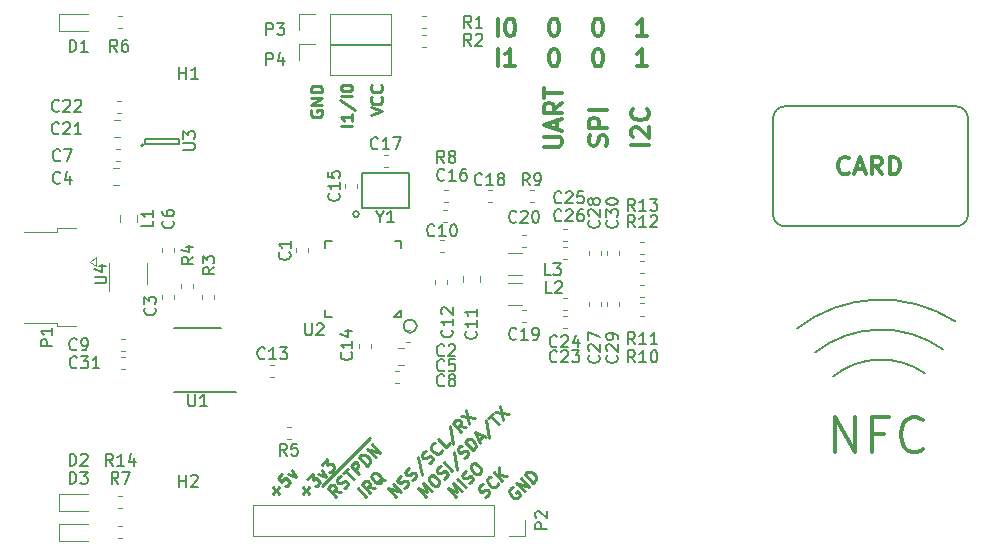
<source format=gto>
G04 #@! TF.GenerationSoftware,KiCad,Pcbnew,5.0.1-33cea8e~68~ubuntu18.04.1*
G04 #@! TF.CreationDate,2018-12-09T10:12:36+01:00*
G04 #@! TF.ProjectId,NFC_adapter,4E46435F616461707465722E6B696361,rev?*
G04 #@! TF.SameCoordinates,PX6239c08PY7b26c20*
G04 #@! TF.FileFunction,Legend,Top*
G04 #@! TF.FilePolarity,Positive*
%FSLAX46Y46*%
G04 Gerber Fmt 4.6, Leading zero omitted, Abs format (unit mm)*
G04 Created by KiCad (PCBNEW 5.0.1-33cea8e~68~ubuntu18.04.1) date ned 09 dec 2018 10:12:36 CET*
%MOMM*%
%LPD*%
G01*
G04 APERTURE LIST*
%ADD10C,0.250000*%
%ADD11C,0.300000*%
%ADD12C,0.200000*%
%ADD13C,0.120000*%
%ADD14C,0.150000*%
G04 APERTURE END LIST*
D10*
X41448099Y6341207D02*
X41347084Y6307535D01*
X41246068Y6206520D01*
X41178725Y6071833D01*
X41178725Y5937146D01*
X41212397Y5836130D01*
X41313412Y5667772D01*
X41414427Y5566756D01*
X41582786Y5465741D01*
X41683801Y5432069D01*
X41818488Y5432069D01*
X41953175Y5499413D01*
X42020519Y5566756D01*
X42087862Y5701443D01*
X42087862Y5768787D01*
X41852160Y6004489D01*
X41717473Y5869802D01*
X42458252Y6004489D02*
X41751145Y6711596D01*
X42862313Y6408550D01*
X42155206Y7115657D01*
X43199030Y6745268D02*
X42491923Y7452375D01*
X42660282Y7620733D01*
X42794969Y7688077D01*
X42929656Y7688077D01*
X43030671Y7654405D01*
X43199030Y7553390D01*
X43300045Y7452375D01*
X43401061Y7284016D01*
X43434732Y7183001D01*
X43434732Y7048314D01*
X43367389Y6913627D01*
X43199030Y6745268D01*
D11*
X69949428Y32992286D02*
X69878000Y32920858D01*
X69663714Y32849429D01*
X69520857Y32849429D01*
X69306571Y32920858D01*
X69163714Y33063715D01*
X69092285Y33206572D01*
X69020857Y33492286D01*
X69020857Y33706572D01*
X69092285Y33992286D01*
X69163714Y34135143D01*
X69306571Y34278000D01*
X69520857Y34349429D01*
X69663714Y34349429D01*
X69878000Y34278000D01*
X69949428Y34206572D01*
X70520857Y33278000D02*
X71235142Y33278000D01*
X70378000Y32849429D02*
X70878000Y34349429D01*
X71378000Y32849429D01*
X72735142Y32849429D02*
X72235142Y33563715D01*
X71878000Y32849429D02*
X71878000Y34349429D01*
X72449428Y34349429D01*
X72592285Y34278000D01*
X72663714Y34206572D01*
X72735142Y34063715D01*
X72735142Y33849429D01*
X72663714Y33706572D01*
X72592285Y33635143D01*
X72449428Y33563715D01*
X71878000Y33563715D01*
X73378000Y32849429D02*
X73378000Y34349429D01*
X73735142Y34349429D01*
X73949428Y34278000D01*
X74092285Y34135143D01*
X74163714Y33992286D01*
X74235142Y33706572D01*
X74235142Y33492286D01*
X74163714Y33206572D01*
X74092285Y33063715D01*
X73949428Y32920858D01*
X73735142Y32849429D01*
X73378000Y32849429D01*
D12*
X80010000Y37592000D02*
G75*
G03X78994000Y38608000I-1016000J0D01*
G01*
X78994000Y28448000D02*
G75*
G03X80010000Y29464000I0J1016000D01*
G01*
X63500000Y29464000D02*
G75*
G03X64516000Y28448000I1016000J0D01*
G01*
X64516000Y38608000D02*
X78994000Y38608000D01*
X64516000Y38608000D02*
G75*
G03X63500000Y37592000I0J-1016000D01*
G01*
X63500000Y29464000D02*
X63500000Y37592000D01*
X78994000Y28448000D02*
X64516000Y28448000D01*
X80010000Y37592000D02*
X80010000Y29464000D01*
X78937121Y20393733D02*
G75*
G03X65532001Y19811999I-6293121J-9725733D01*
G01*
X77901114Y18027960D02*
G75*
G03X67056001Y17779999I-5257114J-7359960D01*
G01*
X76374701Y15997573D02*
G75*
G03X68580001Y15747999I-3730701J-5329573D01*
G01*
D11*
X68747142Y9310858D02*
X68747142Y12310858D01*
X70461428Y9310858D01*
X70461428Y12310858D01*
X72890000Y10882286D02*
X71890000Y10882286D01*
X71890000Y9310858D02*
X71890000Y12310858D01*
X73318571Y12310858D01*
X76175714Y9596572D02*
X76032857Y9453715D01*
X75604285Y9310858D01*
X75318571Y9310858D01*
X74890000Y9453715D01*
X74604285Y9739429D01*
X74461428Y10025143D01*
X74318571Y10596572D01*
X74318571Y11025143D01*
X74461428Y11596572D01*
X74604285Y11882286D01*
X74890000Y12168000D01*
X75318571Y12310858D01*
X75604285Y12310858D01*
X76032857Y12168000D01*
X76175714Y12025143D01*
D10*
X27884380Y36976596D02*
X26884380Y36976596D01*
X27884380Y37976596D02*
X27884380Y37405167D01*
X27884380Y37690881D02*
X26884380Y37690881D01*
X27027238Y37595643D01*
X27122476Y37500405D01*
X27170095Y37405167D01*
X26836761Y39119453D02*
X28122476Y38262310D01*
X27884380Y39452786D02*
X26884380Y39452786D01*
X26884380Y40119453D02*
X26884380Y40214691D01*
X26932000Y40309929D01*
X26979619Y40357548D01*
X27074857Y40405167D01*
X27265333Y40452786D01*
X27503428Y40452786D01*
X27693904Y40405167D01*
X27789142Y40357548D01*
X27836761Y40309929D01*
X27884380Y40214691D01*
X27884380Y40119453D01*
X27836761Y40024215D01*
X27789142Y39976596D01*
X27693904Y39928977D01*
X27503428Y39881358D01*
X27265333Y39881358D01*
X27074857Y39928977D01*
X26979619Y39976596D01*
X26932000Y40024215D01*
X26884380Y40119453D01*
X24392000Y38262405D02*
X24344380Y38167167D01*
X24344380Y38024310D01*
X24392000Y37881453D01*
X24487238Y37786215D01*
X24582476Y37738596D01*
X24772952Y37690977D01*
X24915809Y37690977D01*
X25106285Y37738596D01*
X25201523Y37786215D01*
X25296761Y37881453D01*
X25344380Y38024310D01*
X25344380Y38119548D01*
X25296761Y38262405D01*
X25249142Y38310024D01*
X24915809Y38310024D01*
X24915809Y38119548D01*
X25344380Y38738596D02*
X24344380Y38738596D01*
X25344380Y39310024D01*
X24344380Y39310024D01*
X25344380Y39786215D02*
X24344380Y39786215D01*
X24344380Y40024310D01*
X24392000Y40167167D01*
X24487238Y40262405D01*
X24582476Y40310024D01*
X24772952Y40357643D01*
X24915809Y40357643D01*
X25106285Y40310024D01*
X25201523Y40262405D01*
X25296761Y40167167D01*
X25344380Y40024310D01*
X25344380Y39786215D01*
X29424380Y37849739D02*
X30424380Y38183072D01*
X29424380Y38516405D01*
X30329142Y39421167D02*
X30376761Y39373548D01*
X30424380Y39230691D01*
X30424380Y39135453D01*
X30376761Y38992596D01*
X30281523Y38897358D01*
X30186285Y38849739D01*
X29995809Y38802120D01*
X29852952Y38802120D01*
X29662476Y38849739D01*
X29567238Y38897358D01*
X29472000Y38992596D01*
X29424380Y39135453D01*
X29424380Y39230691D01*
X29472000Y39373548D01*
X29519619Y39421167D01*
X30329142Y40421167D02*
X30376761Y40373548D01*
X30424380Y40230691D01*
X30424380Y40135453D01*
X30376761Y39992596D01*
X30281523Y39897358D01*
X30186285Y39849739D01*
X29995809Y39802120D01*
X29852952Y39802120D01*
X29662476Y39849739D01*
X29567238Y39897358D01*
X29472000Y39992596D01*
X29424380Y40135453D01*
X29424380Y40230691D01*
X29472000Y40373548D01*
X29519619Y40421167D01*
X21161771Y5820756D02*
X21700519Y6359505D01*
X21700519Y5820756D02*
X21161771Y6359505D01*
X21936221Y7470672D02*
X21599504Y7133955D01*
X21902549Y6763566D01*
X21902549Y6830909D01*
X21936221Y6931924D01*
X22104580Y7100283D01*
X22205595Y7133955D01*
X22272939Y7133955D01*
X22373954Y7100283D01*
X22542313Y6931924D01*
X22575984Y6830909D01*
X22575984Y6763566D01*
X22542313Y6662550D01*
X22373954Y6494192D01*
X22272939Y6460520D01*
X22205595Y6460520D01*
X22441297Y7504344D02*
X23081061Y7201298D01*
X22778015Y7841062D01*
X23701771Y5820756D02*
X24240519Y6359505D01*
X24240519Y5820756D02*
X23701771Y6359505D01*
X24072160Y7066611D02*
X24509893Y7504344D01*
X24543565Y6999268D01*
X24644580Y7100283D01*
X24745595Y7133955D01*
X24812939Y7133955D01*
X24913954Y7100283D01*
X25082313Y6931924D01*
X25115984Y6830909D01*
X25115984Y6763566D01*
X25082313Y6662550D01*
X24880282Y6460520D01*
X24779267Y6426848D01*
X24711923Y6426848D01*
X24981297Y7504344D02*
X25621061Y7201298D01*
X25318015Y7841062D01*
X25284343Y8278794D02*
X25722076Y8716527D01*
X25755748Y8211451D01*
X25856763Y8312466D01*
X25957778Y8346138D01*
X26025122Y8346138D01*
X26126137Y8312466D01*
X26294496Y8144107D01*
X26328167Y8043092D01*
X26328167Y7975749D01*
X26294496Y7874733D01*
X26092465Y7672703D01*
X25991450Y7639031D01*
X25924106Y7639031D01*
X25283978Y6441832D02*
X25991085Y7148939D01*
X26915206Y5955443D02*
X26342786Y6056459D01*
X26511145Y5551382D02*
X25804038Y6258489D01*
X26073412Y6527863D01*
X26174427Y6561535D01*
X26241771Y6561535D01*
X26342786Y6527863D01*
X26443801Y6426848D01*
X26477473Y6325833D01*
X26477473Y6258489D01*
X26443801Y6157474D01*
X26174427Y5888100D01*
X25991085Y7148939D02*
X26664520Y7822374D01*
X27150908Y6258489D02*
X27285595Y6325833D01*
X27453954Y6494192D01*
X27487626Y6595207D01*
X27487626Y6662550D01*
X27453954Y6763566D01*
X27386610Y6830909D01*
X27285595Y6864581D01*
X27218252Y6864581D01*
X27117236Y6830909D01*
X26948878Y6729894D01*
X26847862Y6696222D01*
X26780519Y6696222D01*
X26679504Y6729894D01*
X26612160Y6797237D01*
X26578488Y6898253D01*
X26578488Y6965596D01*
X26612160Y7066611D01*
X26780519Y7234970D01*
X26915206Y7302314D01*
X26664520Y7822374D02*
X27203268Y8361122D01*
X27083565Y7538016D02*
X27487626Y7942077D01*
X27992702Y7032940D02*
X27285595Y7740046D01*
X27203268Y8361122D02*
X27910374Y9068229D01*
X28430435Y7470672D02*
X27723328Y8177779D01*
X27992702Y8447153D01*
X28093717Y8480825D01*
X28161061Y8480825D01*
X28262076Y8447153D01*
X28363091Y8346138D01*
X28396763Y8245123D01*
X28396763Y8177779D01*
X28363091Y8076764D01*
X28093717Y7807390D01*
X27910374Y9068229D02*
X28617481Y9775335D01*
X29137541Y8177779D02*
X28430435Y8884886D01*
X28598793Y9053245D01*
X28733480Y9120588D01*
X28868167Y9120588D01*
X28969183Y9086916D01*
X29137541Y8985901D01*
X29238557Y8884886D01*
X29339572Y8716527D01*
X29373244Y8615512D01*
X29373244Y8480825D01*
X29305900Y8346138D01*
X29137541Y8177779D01*
X28617481Y9775335D02*
X29358260Y10516114D01*
X29844648Y8884886D02*
X29137541Y9591993D01*
X30248709Y9288947D01*
X29541602Y9996054D01*
X29051145Y5551382D02*
X28344038Y6258489D01*
X29791923Y6292161D02*
X29219504Y6393176D01*
X29387862Y5888100D02*
X28680755Y6595207D01*
X28950129Y6864581D01*
X29051145Y6898253D01*
X29118488Y6898253D01*
X29219504Y6864581D01*
X29320519Y6763566D01*
X29354191Y6662550D01*
X29354191Y6595207D01*
X29320519Y6494192D01*
X29051145Y6224817D01*
X30633717Y6999268D02*
X30532702Y6965596D01*
X30398015Y6965596D01*
X30195984Y6965596D01*
X30094969Y6931924D01*
X30027626Y6864581D01*
X30229656Y6729894D02*
X30128641Y6696222D01*
X29993954Y6696222D01*
X29825595Y6797237D01*
X29589893Y7032940D01*
X29488878Y7201298D01*
X29488878Y7335985D01*
X29522549Y7437001D01*
X29657236Y7571688D01*
X29758252Y7605359D01*
X29892939Y7605359D01*
X30061297Y7504344D01*
X30297000Y7268642D01*
X30398015Y7100283D01*
X30398015Y6965596D01*
X30364343Y6864581D01*
X30229656Y6729894D01*
X31591145Y5551382D02*
X30884038Y6258489D01*
X31995206Y5955443D01*
X31288099Y6662550D01*
X32264580Y6292161D02*
X32399267Y6359505D01*
X32567626Y6527863D01*
X32601297Y6628879D01*
X32601297Y6696222D01*
X32567626Y6797237D01*
X32500282Y6864581D01*
X32399267Y6898253D01*
X32331923Y6898253D01*
X32230908Y6864581D01*
X32062549Y6763566D01*
X31961534Y6729894D01*
X31894191Y6729894D01*
X31793175Y6763566D01*
X31725832Y6830909D01*
X31692160Y6931924D01*
X31692160Y6999268D01*
X31725832Y7100283D01*
X31894191Y7268642D01*
X32028878Y7335985D01*
X32938015Y6965596D02*
X33072702Y7032940D01*
X33241061Y7201298D01*
X33274732Y7302314D01*
X33274732Y7369657D01*
X33241061Y7470672D01*
X33173717Y7538016D01*
X33072702Y7571688D01*
X33005358Y7571688D01*
X32904343Y7538016D01*
X32735984Y7437001D01*
X32634969Y7403329D01*
X32567626Y7403329D01*
X32466610Y7437001D01*
X32399267Y7504344D01*
X32365595Y7605359D01*
X32365595Y7672703D01*
X32399267Y7773718D01*
X32567626Y7942077D01*
X32702313Y8009420D01*
X33443091Y8884886D02*
X33746137Y7369657D01*
X34352228Y8379810D02*
X34486915Y8447153D01*
X34655274Y8615512D01*
X34688946Y8716527D01*
X34688946Y8783871D01*
X34655274Y8884886D01*
X34587931Y8952229D01*
X34486915Y8985901D01*
X34419572Y8985901D01*
X34318557Y8952229D01*
X34150198Y8851214D01*
X34049183Y8817542D01*
X33981839Y8817542D01*
X33880824Y8851214D01*
X33813480Y8918558D01*
X33779809Y9019573D01*
X33779809Y9086916D01*
X33813480Y9187932D01*
X33981839Y9356290D01*
X34116526Y9423634D01*
X35429724Y9524649D02*
X35429724Y9457306D01*
X35362381Y9322619D01*
X35295037Y9255275D01*
X35160350Y9187932D01*
X35025663Y9187932D01*
X34924648Y9221603D01*
X34756289Y9322619D01*
X34655274Y9423634D01*
X34554259Y9591993D01*
X34520587Y9693008D01*
X34520587Y9827695D01*
X34587931Y9962382D01*
X34655274Y10029725D01*
X34789961Y10097069D01*
X34857305Y10097069D01*
X36136831Y10097069D02*
X35800114Y9760351D01*
X35093007Y10467458D01*
X36136831Y11578626D02*
X36439877Y10063397D01*
X37517373Y11477611D02*
X36944953Y11578626D01*
X37113312Y11073550D02*
X36406205Y11780656D01*
X36675579Y12050031D01*
X36776594Y12083702D01*
X36843938Y12083702D01*
X36944953Y12050031D01*
X37045968Y11949015D01*
X37079640Y11848000D01*
X37079640Y11780656D01*
X37045968Y11679641D01*
X36776594Y11410267D01*
X37045968Y12420420D02*
X38224480Y12184718D01*
X37517373Y12891824D02*
X37753075Y11713313D01*
X34131145Y5551382D02*
X33424038Y6258489D01*
X34164816Y5989115D01*
X33895442Y6729894D01*
X34602549Y6022787D01*
X34366847Y7201298D02*
X34501534Y7335985D01*
X34602549Y7369657D01*
X34737236Y7369657D01*
X34905595Y7268642D01*
X35141297Y7032940D01*
X35242313Y6864581D01*
X35242313Y6729894D01*
X35208641Y6628879D01*
X35073954Y6494192D01*
X34972939Y6460520D01*
X34838252Y6460520D01*
X34669893Y6561535D01*
X34434191Y6797237D01*
X34333175Y6965596D01*
X34333175Y7100283D01*
X34366847Y7201298D01*
X35612702Y7100283D02*
X35747389Y7167627D01*
X35915748Y7335985D01*
X35949419Y7437001D01*
X35949419Y7504344D01*
X35915748Y7605359D01*
X35848404Y7672703D01*
X35747389Y7706375D01*
X35680045Y7706375D01*
X35579030Y7672703D01*
X35410671Y7571688D01*
X35309656Y7538016D01*
X35242313Y7538016D01*
X35141297Y7571688D01*
X35073954Y7639031D01*
X35040282Y7740046D01*
X35040282Y7807390D01*
X35073954Y7908405D01*
X35242313Y8076764D01*
X35377000Y8144107D01*
X36353480Y7773718D02*
X35646374Y8480825D01*
X36454496Y9356290D02*
X36757541Y7841062D01*
X37363633Y8851214D02*
X37498320Y8918558D01*
X37666679Y9086916D01*
X37700350Y9187932D01*
X37700350Y9255275D01*
X37666679Y9356290D01*
X37599335Y9423634D01*
X37498320Y9457306D01*
X37430976Y9457306D01*
X37329961Y9423634D01*
X37161602Y9322619D01*
X37060587Y9288947D01*
X36993244Y9288947D01*
X36892228Y9322619D01*
X36824885Y9389962D01*
X36791213Y9490977D01*
X36791213Y9558321D01*
X36824885Y9659336D01*
X36993244Y9827695D01*
X37127931Y9895038D01*
X38104411Y9524649D02*
X37397305Y10231756D01*
X37565663Y10400115D01*
X37700350Y10467458D01*
X37835037Y10467458D01*
X37936053Y10433786D01*
X38104411Y10332771D01*
X38205427Y10231756D01*
X38306442Y10063397D01*
X38340114Y9962382D01*
X38340114Y9827695D01*
X38272770Y9693008D01*
X38104411Y9524649D01*
X38575816Y10400115D02*
X38912533Y10736832D01*
X38710503Y10130741D02*
X38239098Y11073550D01*
X39181907Y10602145D01*
X39181907Y12083702D02*
X39484953Y10568473D01*
X39350266Y12184718D02*
X39754327Y12588779D01*
X40259404Y11679641D02*
X39552297Y12386748D01*
X39922686Y12757137D02*
X41101197Y12521435D01*
X40394091Y13228542D02*
X40629793Y12050031D01*
X36671145Y5551382D02*
X35964038Y6258489D01*
X36704816Y5989115D01*
X36435442Y6729894D01*
X37142549Y6022787D01*
X37479267Y6359505D02*
X36772160Y7066611D01*
X37748641Y6696222D02*
X37883328Y6763566D01*
X38051687Y6931924D01*
X38085358Y7032940D01*
X38085358Y7100283D01*
X38051687Y7201298D01*
X37984343Y7268642D01*
X37883328Y7302314D01*
X37815984Y7302314D01*
X37714969Y7268642D01*
X37546610Y7167627D01*
X37445595Y7133955D01*
X37378252Y7133955D01*
X37277236Y7167627D01*
X37209893Y7234970D01*
X37176221Y7335985D01*
X37176221Y7403329D01*
X37209893Y7504344D01*
X37378252Y7672703D01*
X37512939Y7740046D01*
X37917000Y8211451D02*
X38051687Y8346138D01*
X38152702Y8379810D01*
X38287389Y8379810D01*
X38455748Y8278794D01*
X38691450Y8043092D01*
X38792465Y7874733D01*
X38792465Y7740046D01*
X38758793Y7639031D01*
X38624106Y7504344D01*
X38523091Y7470672D01*
X38388404Y7470672D01*
X38220045Y7571688D01*
X37984343Y7807390D01*
X37883328Y7975749D01*
X37883328Y8110436D01*
X37917000Y8211451D01*
X39143801Y5551382D02*
X39278488Y5618726D01*
X39446847Y5787085D01*
X39480519Y5888100D01*
X39480519Y5955443D01*
X39446847Y6056459D01*
X39379504Y6123802D01*
X39278488Y6157474D01*
X39211145Y6157474D01*
X39110129Y6123802D01*
X38941771Y6022787D01*
X38840755Y5989115D01*
X38773412Y5989115D01*
X38672397Y6022787D01*
X38605053Y6090130D01*
X38571381Y6191146D01*
X38571381Y6258489D01*
X38605053Y6359505D01*
X38773412Y6527863D01*
X38908099Y6595207D01*
X40221297Y6696222D02*
X40221297Y6628879D01*
X40153954Y6494192D01*
X40086610Y6426848D01*
X39951923Y6359505D01*
X39817236Y6359505D01*
X39716221Y6393176D01*
X39547862Y6494192D01*
X39446847Y6595207D01*
X39345832Y6763566D01*
X39312160Y6864581D01*
X39312160Y6999268D01*
X39379504Y7133955D01*
X39446847Y7201298D01*
X39581534Y7268642D01*
X39648878Y7268642D01*
X40591687Y6931924D02*
X39884580Y7639031D01*
X40995748Y7335985D02*
X40288641Y7437001D01*
X40288641Y8043092D02*
X40288641Y7234970D01*
D11*
X53002571Y35365715D02*
X51502571Y35365715D01*
X51645428Y36008572D02*
X51574000Y36080000D01*
X51502571Y36222858D01*
X51502571Y36580000D01*
X51574000Y36722858D01*
X51645428Y36794286D01*
X51788285Y36865715D01*
X51931142Y36865715D01*
X52145428Y36794286D01*
X53002571Y35937143D01*
X53002571Y36865715D01*
X52859714Y38365715D02*
X52931142Y38294286D01*
X53002571Y38080000D01*
X53002571Y37937143D01*
X52931142Y37722858D01*
X52788285Y37580000D01*
X52645428Y37508572D01*
X52359714Y37437143D01*
X52145428Y37437143D01*
X51859714Y37508572D01*
X51716857Y37580000D01*
X51574000Y37722858D01*
X51502571Y37937143D01*
X51502571Y38080000D01*
X51574000Y38294286D01*
X51645428Y38365715D01*
X49375142Y35294286D02*
X49446571Y35508572D01*
X49446571Y35865715D01*
X49375142Y36008572D01*
X49303714Y36080000D01*
X49160857Y36151429D01*
X49018000Y36151429D01*
X48875142Y36080000D01*
X48803714Y36008572D01*
X48732285Y35865715D01*
X48660857Y35580000D01*
X48589428Y35437143D01*
X48518000Y35365715D01*
X48375142Y35294286D01*
X48232285Y35294286D01*
X48089428Y35365715D01*
X48018000Y35437143D01*
X47946571Y35580000D01*
X47946571Y35937143D01*
X48018000Y36151429D01*
X49446571Y36794286D02*
X47946571Y36794286D01*
X47946571Y37365715D01*
X48018000Y37508572D01*
X48089428Y37580000D01*
X48232285Y37651429D01*
X48446571Y37651429D01*
X48589428Y37580000D01*
X48660857Y37508572D01*
X48732285Y37365715D01*
X48732285Y36794286D01*
X49446571Y38294286D02*
X47946571Y38294286D01*
X44136571Y35199143D02*
X45350857Y35199143D01*
X45493714Y35270572D01*
X45565142Y35342000D01*
X45636571Y35484858D01*
X45636571Y35770572D01*
X45565142Y35913429D01*
X45493714Y35984858D01*
X45350857Y36056286D01*
X44136571Y36056286D01*
X45208000Y36699143D02*
X45208000Y37413429D01*
X45636571Y36556286D02*
X44136571Y37056286D01*
X45636571Y37556286D01*
X45636571Y38913429D02*
X44922285Y38413429D01*
X45636571Y38056286D02*
X44136571Y38056286D01*
X44136571Y38627715D01*
X44208000Y38770572D01*
X44279428Y38842000D01*
X44422285Y38913429D01*
X44636571Y38913429D01*
X44779428Y38842000D01*
X44850857Y38770572D01*
X44922285Y38627715D01*
X44922285Y38056286D01*
X44136571Y39342000D02*
X44136571Y40199143D01*
X45636571Y39770572D02*
X44136571Y39770572D01*
X40176142Y44538429D02*
X40176142Y46038429D01*
X41176142Y46038429D02*
X41319000Y46038429D01*
X41461857Y45967000D01*
X41533285Y45895572D01*
X41604714Y45752715D01*
X41676142Y45467000D01*
X41676142Y45109858D01*
X41604714Y44824143D01*
X41533285Y44681286D01*
X41461857Y44609858D01*
X41319000Y44538429D01*
X41176142Y44538429D01*
X41033285Y44609858D01*
X40961857Y44681286D01*
X40890428Y44824143D01*
X40819000Y45109858D01*
X40819000Y45467000D01*
X40890428Y45752715D01*
X40961857Y45895572D01*
X41033285Y45967000D01*
X41176142Y46038429D01*
X44890428Y46038429D02*
X45033285Y46038429D01*
X45176142Y45967000D01*
X45247571Y45895572D01*
X45319000Y45752715D01*
X45390428Y45467000D01*
X45390428Y45109858D01*
X45319000Y44824143D01*
X45247571Y44681286D01*
X45176142Y44609858D01*
X45033285Y44538429D01*
X44890428Y44538429D01*
X44747571Y44609858D01*
X44676142Y44681286D01*
X44604714Y44824143D01*
X44533285Y45109858D01*
X44533285Y45467000D01*
X44604714Y45752715D01*
X44676142Y45895572D01*
X44747571Y45967000D01*
X44890428Y46038429D01*
X48604714Y46038429D02*
X48747571Y46038429D01*
X48890428Y45967000D01*
X48961857Y45895572D01*
X49033285Y45752715D01*
X49104714Y45467000D01*
X49104714Y45109858D01*
X49033285Y44824143D01*
X48961857Y44681286D01*
X48890428Y44609858D01*
X48747571Y44538429D01*
X48604714Y44538429D01*
X48461857Y44609858D01*
X48390428Y44681286D01*
X48319000Y44824143D01*
X48247571Y45109858D01*
X48247571Y45467000D01*
X48319000Y45752715D01*
X48390428Y45895572D01*
X48461857Y45967000D01*
X48604714Y46038429D01*
X52819000Y44538429D02*
X51961857Y44538429D01*
X52390428Y44538429D02*
X52390428Y46038429D01*
X52247571Y45824143D01*
X52104714Y45681286D01*
X51961857Y45609858D01*
X40176142Y41988429D02*
X40176142Y43488429D01*
X41676142Y41988429D02*
X40819000Y41988429D01*
X41247571Y41988429D02*
X41247571Y43488429D01*
X41104714Y43274143D01*
X40961857Y43131286D01*
X40819000Y43059858D01*
X44890428Y43488429D02*
X45033285Y43488429D01*
X45176142Y43417000D01*
X45247571Y43345572D01*
X45319000Y43202715D01*
X45390428Y42917000D01*
X45390428Y42559858D01*
X45319000Y42274143D01*
X45247571Y42131286D01*
X45176142Y42059858D01*
X45033285Y41988429D01*
X44890428Y41988429D01*
X44747571Y42059858D01*
X44676142Y42131286D01*
X44604714Y42274143D01*
X44533285Y42559858D01*
X44533285Y42917000D01*
X44604714Y43202715D01*
X44676142Y43345572D01*
X44747571Y43417000D01*
X44890428Y43488429D01*
X48604714Y43488429D02*
X48747571Y43488429D01*
X48890428Y43417000D01*
X48961857Y43345572D01*
X49033285Y43202715D01*
X49104714Y42917000D01*
X49104714Y42559858D01*
X49033285Y42274143D01*
X48961857Y42131286D01*
X48890428Y42059858D01*
X48747571Y41988429D01*
X48604714Y41988429D01*
X48461857Y42059858D01*
X48390428Y42131286D01*
X48319000Y42274143D01*
X48247571Y42559858D01*
X48247571Y42917000D01*
X48319000Y43202715D01*
X48390428Y43345572D01*
X48461857Y43417000D01*
X48604714Y43488429D01*
X52819000Y41988429D02*
X51961857Y41988429D01*
X52390428Y41988429D02*
X52390428Y43488429D01*
X52247571Y43274143D01*
X52104714Y43131286D01*
X51961857Y43059858D01*
D13*
G04 #@! TO.C,L2*
X42258064Y21823000D02*
X41053936Y21823000D01*
X42258064Y23643000D02*
X41053936Y23643000D01*
G04 #@! TO.C,C24*
X45675733Y22354000D02*
X46018267Y22354000D01*
X45675733Y21334000D02*
X46018267Y21334000D01*
G04 #@! TO.C,C20*
X42246733Y26668000D02*
X42589267Y26668000D01*
X42246733Y27688000D02*
X42589267Y27688000D01*
G04 #@! TO.C,C1*
X23112000Y26244733D02*
X23112000Y26587267D01*
X24132000Y26244733D02*
X24132000Y26587267D01*
G04 #@! TO.C,C2*
X32454413Y18652760D02*
X32796947Y18652760D01*
X32454413Y19672760D02*
X32796947Y19672760D01*
G04 #@! TO.C,C25*
X45675733Y28196000D02*
X46018267Y28196000D01*
X45675733Y27176000D02*
X46018267Y27176000D01*
G04 #@! TO.C,C3*
X11758200Y22675667D02*
X11758200Y22333133D01*
X12778200Y22675667D02*
X12778200Y22333133D01*
G04 #@! TO.C,C6*
X11758200Y26270133D02*
X11758200Y26612667D01*
X12778200Y26270133D02*
X12778200Y26612667D01*
G04 #@! TO.C,C7*
X8211667Y35028600D02*
X7869133Y35028600D01*
X8211667Y34008600D02*
X7869133Y34008600D01*
G04 #@! TO.C,C8*
X31484413Y16172760D02*
X31826947Y16172760D01*
X31484413Y15152760D02*
X31826947Y15152760D01*
G04 #@! TO.C,C9*
X8312333Y17930400D02*
X8654867Y17930400D01*
X8312333Y18950400D02*
X8654867Y18950400D01*
G04 #@! TO.C,C10*
X35294413Y27322760D02*
X35636947Y27322760D01*
X35294413Y26302760D02*
X35636947Y26302760D01*
G04 #@! TO.C,C12*
X34855680Y23934027D02*
X34855680Y23591493D01*
X35875680Y23934027D02*
X35875680Y23591493D01*
G04 #@! TO.C,C13*
X20936133Y16727900D02*
X21278667Y16727900D01*
X20936133Y15707900D02*
X21278667Y15707900D01*
G04 #@! TO.C,C14*
X28446000Y18459267D02*
X28446000Y18116733D01*
X29466000Y18459267D02*
X29466000Y18116733D01*
G04 #@! TO.C,C18*
X39668267Y30478000D02*
X39325733Y30478000D01*
X39668267Y31498000D02*
X39325733Y31498000D01*
G04 #@! TO.C,C22*
X8273867Y39041800D02*
X7931333Y39041800D01*
X8273867Y38021800D02*
X7931333Y38021800D01*
G04 #@! TO.C,C31*
X8654867Y16355600D02*
X8312333Y16355600D01*
X8654867Y17375600D02*
X8312333Y17375600D01*
G04 #@! TO.C,C30*
X50421000Y25990733D02*
X50421000Y26333267D01*
X49401000Y25990733D02*
X49401000Y26333267D01*
G04 #@! TO.C,C29*
X49401000Y21672733D02*
X49401000Y22015267D01*
X50421000Y21672733D02*
X50421000Y22015267D01*
G04 #@! TO.C,C28*
X48897000Y25990733D02*
X48897000Y26333267D01*
X47877000Y25990733D02*
X47877000Y26333267D01*
G04 #@! TO.C,C23*
X45675733Y20830000D02*
X46018267Y20830000D01*
X45675733Y19810000D02*
X46018267Y19810000D01*
G04 #@! TO.C,C27*
X48897000Y21672733D02*
X48897000Y22015267D01*
X47877000Y21672733D02*
X47877000Y22015267D01*
G04 #@! TO.C,C26*
X45675733Y26672000D02*
X46018267Y26672000D01*
X45675733Y25652000D02*
X46018267Y25652000D01*
G04 #@! TO.C,C17*
X30866947Y34462760D02*
X30524413Y34462760D01*
X30866947Y33442760D02*
X30524413Y33442760D01*
G04 #@! TO.C,C16*
X35866947Y28832760D02*
X35524413Y28832760D01*
X35866947Y29852760D02*
X35524413Y29852760D01*
G04 #@! TO.C,C19*
X42246733Y20318000D02*
X42589267Y20318000D01*
X42246733Y21338000D02*
X42589267Y21338000D01*
G04 #@! TO.C,C15*
X27285680Y31705733D02*
X27285680Y32048267D01*
X28305680Y31705733D02*
X28305680Y32048267D01*
G04 #@! TO.C,C11*
X37263000Y24264252D02*
X37263000Y23741748D01*
X38683000Y24264252D02*
X38683000Y23741748D01*
G04 #@! TO.C,C5*
X31744428Y18122760D02*
X32266932Y18122760D01*
X31744428Y16702760D02*
X32266932Y16702760D01*
G04 #@! TO.C,C4*
X8160652Y33399800D02*
X7638148Y33399800D01*
X8160652Y31979800D02*
X7638148Y31979800D01*
G04 #@! TO.C,C21*
X8202452Y36018400D02*
X7679948Y36018400D01*
X8202452Y37438400D02*
X7679948Y37438400D01*
G04 #@! TO.C,P3*
X23395840Y45116560D02*
X23395840Y46446560D01*
X23395840Y46446560D02*
X24725840Y46446560D01*
X25995840Y46446560D02*
X31135840Y46446560D01*
X31135840Y43786560D02*
X31135840Y46446560D01*
X25995840Y43786560D02*
X31135840Y43786560D01*
X25995840Y43786560D02*
X25995840Y46446560D01*
G04 #@! TO.C,P4*
X25995840Y41246560D02*
X25995840Y43906560D01*
X25995840Y41246560D02*
X31135840Y41246560D01*
X31135840Y41246560D02*
X31135840Y43906560D01*
X25995840Y43906560D02*
X31135840Y43906560D01*
X23395840Y43906560D02*
X24725840Y43906560D01*
X23395840Y42576560D02*
X23395840Y43906560D01*
G04 #@! TO.C,P2*
X39878000Y4886000D02*
X39878000Y2226000D01*
X39878000Y4886000D02*
X19498000Y4886000D01*
X19498000Y4886000D02*
X19498000Y2226000D01*
X39878000Y2226000D02*
X19498000Y2226000D01*
X42478000Y2226000D02*
X41148000Y2226000D01*
X42478000Y3556000D02*
X42478000Y2226000D01*
G04 #@! TO.C,L1*
X9625400Y29369652D02*
X9625400Y28847148D01*
X8205400Y29369652D02*
X8205400Y28847148D01*
G04 #@! TO.C,D3*
X5485000Y3275000D02*
X3025000Y3275000D01*
X3025000Y3275000D02*
X3025000Y1805000D01*
X3025000Y1805000D02*
X5485000Y1805000D01*
G04 #@! TO.C,D2*
X3025000Y4345000D02*
X5485000Y4345000D01*
X3025000Y5815000D02*
X3025000Y4345000D01*
X5485000Y5815000D02*
X3025000Y5815000D01*
G04 #@! TO.C,D1*
X5485000Y46455000D02*
X3025000Y46455000D01*
X3025000Y46455000D02*
X3025000Y44985000D01*
X3025000Y44985000D02*
X5485000Y44985000D01*
D14*
G04 #@! TO.C,U1*
X16757400Y19845400D02*
X12757400Y19845400D01*
X18032400Y14445400D02*
X12757400Y14445400D01*
D13*
G04 #@! TO.C,R9*
X43224267Y31498000D02*
X42881733Y31498000D01*
X43224267Y30478000D02*
X42881733Y30478000D01*
G04 #@! TO.C,R2*
X34087107Y43656560D02*
X33744573Y43656560D01*
X34087107Y44676560D02*
X33744573Y44676560D01*
G04 #@! TO.C,R14*
X8069733Y4570000D02*
X8412267Y4570000D01*
X8069733Y5590000D02*
X8412267Y5590000D01*
G04 #@! TO.C,R13*
X52270973Y27119140D02*
X52613507Y27119140D01*
X52270973Y26099140D02*
X52613507Y26099140D01*
G04 #@! TO.C,R12*
X52270973Y24495540D02*
X52613507Y24495540D01*
X52270973Y25515540D02*
X52613507Y25515540D01*
G04 #@! TO.C,R11*
X52270973Y23515540D02*
X52613507Y23515540D01*
X52270973Y22495540D02*
X52613507Y22495540D01*
G04 #@! TO.C,R10*
X52270973Y20899140D02*
X52613507Y20899140D01*
X52270973Y21919140D02*
X52613507Y21919140D01*
G04 #@! TO.C,R8*
X35642733Y31498000D02*
X35985267Y31498000D01*
X35642733Y30478000D02*
X35985267Y30478000D01*
G04 #@! TO.C,R7*
X8069733Y2030000D02*
X8412267Y2030000D01*
X8069733Y3050000D02*
X8412267Y3050000D01*
G04 #@! TO.C,R6*
X8069733Y46230000D02*
X8412267Y46230000D01*
X8069733Y45210000D02*
X8412267Y45210000D01*
G04 #@! TO.C,R5*
X22664267Y11432000D02*
X22321733Y11432000D01*
X22664267Y10412000D02*
X22321733Y10412000D01*
G04 #@! TO.C,R4*
X13409200Y23222133D02*
X13409200Y23564667D01*
X14429200Y23222133D02*
X14429200Y23564667D01*
G04 #@! TO.C,R3*
X16131000Y22333133D02*
X16131000Y22675667D01*
X15111000Y22333133D02*
X15111000Y22675667D01*
G04 #@! TO.C,R1*
X34087107Y45256560D02*
X33744573Y45256560D01*
X34087107Y46276560D02*
X33744573Y46276560D01*
G04 #@! TO.C,L3*
X42258064Y26183000D02*
X41053936Y26183000D01*
X42258064Y24363000D02*
X41053936Y24363000D01*
G04 #@! TO.C,U4*
X10525400Y23585600D02*
X10525400Y25385600D01*
X7305400Y25385600D02*
X7305400Y22935600D01*
G04 #@! TO.C,P1*
X2909800Y28305000D02*
X4459800Y28305000D01*
X2909800Y28305000D02*
X2909800Y28005000D01*
X109800Y28005000D02*
X2909800Y28005000D01*
X2909800Y20005000D02*
X4459800Y20005000D01*
X2909800Y20305000D02*
X2909800Y20005000D01*
X109800Y20305000D02*
X2909800Y20305000D01*
X6159800Y25055000D02*
X5709800Y25455000D01*
X6159800Y25855000D02*
X6159800Y25055000D01*
X5709800Y25455000D02*
X6159800Y25855000D01*
D14*
G04 #@! TO.C,U3*
X10185600Y35336200D02*
G75*
G03X10185600Y35336200I-100000J0D01*
G01*
X10335600Y35886200D02*
X10335600Y35386200D01*
X13235600Y35886200D02*
X10335600Y35886200D01*
X13235600Y35386200D02*
X13235600Y35886200D01*
X10335600Y35386200D02*
X13235600Y35386200D01*
G04 #@! TO.C,Y1*
X28445680Y29482760D02*
G75*
G03X28445680Y29482760I-250000J0D01*
G01*
X32695680Y32982760D02*
X28695680Y32982760D01*
X32695680Y29982760D02*
X32695680Y32982760D01*
X28695680Y29982760D02*
X32695680Y29982760D01*
X28695680Y32982760D02*
X28695680Y29982760D01*
G04 #@! TO.C,U2*
X31965680Y27209160D02*
X31965680Y26609160D01*
X31465680Y27209160D02*
X31965680Y27209160D01*
X25565680Y27209160D02*
X25565680Y26609160D01*
X26165680Y27209160D02*
X25565680Y27209160D01*
X25565680Y20809160D02*
X25565680Y21409160D01*
X26165680Y20809160D02*
X25565680Y20809160D01*
X31965680Y21409160D02*
X31365680Y20809160D01*
X31965680Y20809160D02*
X31965680Y21409160D01*
X31965680Y20809160D02*
X31365680Y20809160D01*
X33331365Y20009160D02*
G75*
G03X33331365Y20009160I-565685J0D01*
G01*
G04 #@! TO.C,L2*
X44791333Y22788620D02*
X44315142Y22788620D01*
X44315142Y23788620D01*
X45077047Y23693381D02*
X45124666Y23741000D01*
X45219904Y23788620D01*
X45458000Y23788620D01*
X45553238Y23741000D01*
X45600857Y23693381D01*
X45648476Y23598143D01*
X45648476Y23502905D01*
X45600857Y23360048D01*
X45029428Y22788620D01*
X45648476Y22788620D01*
G04 #@! TO.C,C24*
X45204142Y18311858D02*
X45156523Y18264239D01*
X45013666Y18216620D01*
X44918428Y18216620D01*
X44775571Y18264239D01*
X44680333Y18359477D01*
X44632714Y18454715D01*
X44585095Y18645191D01*
X44585095Y18788048D01*
X44632714Y18978524D01*
X44680333Y19073762D01*
X44775571Y19169000D01*
X44918428Y19216620D01*
X45013666Y19216620D01*
X45156523Y19169000D01*
X45204142Y19121381D01*
X45585095Y19121381D02*
X45632714Y19169000D01*
X45727952Y19216620D01*
X45966047Y19216620D01*
X46061285Y19169000D01*
X46108904Y19121381D01*
X46156523Y19026143D01*
X46156523Y18930905D01*
X46108904Y18788048D01*
X45537476Y18216620D01*
X46156523Y18216620D01*
X47013666Y18883286D02*
X47013666Y18216620D01*
X46775571Y19264239D02*
X46537476Y18549953D01*
X47156523Y18549953D01*
G04 #@! TO.C,C20*
X41775142Y28852858D02*
X41727523Y28805239D01*
X41584666Y28757620D01*
X41489428Y28757620D01*
X41346571Y28805239D01*
X41251333Y28900477D01*
X41203714Y28995715D01*
X41156095Y29186191D01*
X41156095Y29329048D01*
X41203714Y29519524D01*
X41251333Y29614762D01*
X41346571Y29710000D01*
X41489428Y29757620D01*
X41584666Y29757620D01*
X41727523Y29710000D01*
X41775142Y29662381D01*
X42156095Y29662381D02*
X42203714Y29710000D01*
X42298952Y29757620D01*
X42537047Y29757620D01*
X42632285Y29710000D01*
X42679904Y29662381D01*
X42727523Y29567143D01*
X42727523Y29471905D01*
X42679904Y29329048D01*
X42108476Y28757620D01*
X42727523Y28757620D01*
X43346571Y29757620D02*
X43441809Y29757620D01*
X43537047Y29710000D01*
X43584666Y29662381D01*
X43632285Y29567143D01*
X43679904Y29376667D01*
X43679904Y29138572D01*
X43632285Y28948096D01*
X43584666Y28852858D01*
X43537047Y28805239D01*
X43441809Y28757620D01*
X43346571Y28757620D01*
X43251333Y28805239D01*
X43203714Y28852858D01*
X43156095Y28948096D01*
X43108476Y29138572D01*
X43108476Y29376667D01*
X43156095Y29567143D01*
X43203714Y29662381D01*
X43251333Y29710000D01*
X43346571Y29757620D01*
G04 #@! TO.C,C1*
X22549142Y26249334D02*
X22596761Y26201715D01*
X22644380Y26058858D01*
X22644380Y25963620D01*
X22596761Y25820762D01*
X22501523Y25725524D01*
X22406285Y25677905D01*
X22215809Y25630286D01*
X22072952Y25630286D01*
X21882476Y25677905D01*
X21787238Y25725524D01*
X21692000Y25820762D01*
X21644380Y25963620D01*
X21644380Y26058858D01*
X21692000Y26201715D01*
X21739619Y26249334D01*
X22644380Y27201715D02*
X22644380Y26630286D01*
X22644380Y26916000D02*
X21644380Y26916000D01*
X21787238Y26820762D01*
X21882476Y26725524D01*
X21930095Y26630286D01*
G04 #@! TO.C,C2*
X35647333Y17549858D02*
X35599714Y17502239D01*
X35456857Y17454620D01*
X35361619Y17454620D01*
X35218761Y17502239D01*
X35123523Y17597477D01*
X35075904Y17692715D01*
X35028285Y17883191D01*
X35028285Y18026048D01*
X35075904Y18216524D01*
X35123523Y18311762D01*
X35218761Y18407000D01*
X35361619Y18454620D01*
X35456857Y18454620D01*
X35599714Y18407000D01*
X35647333Y18359381D01*
X36028285Y18359381D02*
X36075904Y18407000D01*
X36171142Y18454620D01*
X36409238Y18454620D01*
X36504476Y18407000D01*
X36552095Y18359381D01*
X36599714Y18264143D01*
X36599714Y18168905D01*
X36552095Y18026048D01*
X35980666Y17454620D01*
X36599714Y17454620D01*
G04 #@! TO.C,C25*
X45585142Y30503858D02*
X45537523Y30456239D01*
X45394666Y30408620D01*
X45299428Y30408620D01*
X45156571Y30456239D01*
X45061333Y30551477D01*
X45013714Y30646715D01*
X44966095Y30837191D01*
X44966095Y30980048D01*
X45013714Y31170524D01*
X45061333Y31265762D01*
X45156571Y31361000D01*
X45299428Y31408620D01*
X45394666Y31408620D01*
X45537523Y31361000D01*
X45585142Y31313381D01*
X45966095Y31313381D02*
X46013714Y31361000D01*
X46108952Y31408620D01*
X46347047Y31408620D01*
X46442285Y31361000D01*
X46489904Y31313381D01*
X46537523Y31218143D01*
X46537523Y31122905D01*
X46489904Y30980048D01*
X45918476Y30408620D01*
X46537523Y30408620D01*
X47442285Y31408620D02*
X46966095Y31408620D01*
X46918476Y30932429D01*
X46966095Y30980048D01*
X47061333Y31027667D01*
X47299428Y31027667D01*
X47394666Y30980048D01*
X47442285Y30932429D01*
X47489904Y30837191D01*
X47489904Y30599096D01*
X47442285Y30503858D01*
X47394666Y30456239D01*
X47299428Y30408620D01*
X47061333Y30408620D01*
X46966095Y30456239D01*
X46918476Y30503858D01*
G04 #@! TO.C,C3*
X11152142Y21550334D02*
X11199761Y21502715D01*
X11247380Y21359858D01*
X11247380Y21264620D01*
X11199761Y21121762D01*
X11104523Y21026524D01*
X11009285Y20978905D01*
X10818809Y20931286D01*
X10675952Y20931286D01*
X10485476Y20978905D01*
X10390238Y21026524D01*
X10295000Y21121762D01*
X10247380Y21264620D01*
X10247380Y21359858D01*
X10295000Y21502715D01*
X10342619Y21550334D01*
X10247380Y21883667D02*
X10247380Y22502715D01*
X10628333Y22169381D01*
X10628333Y22312239D01*
X10675952Y22407477D01*
X10723571Y22455096D01*
X10818809Y22502715D01*
X11056904Y22502715D01*
X11152142Y22455096D01*
X11199761Y22407477D01*
X11247380Y22312239D01*
X11247380Y22026524D01*
X11199761Y21931286D01*
X11152142Y21883667D01*
G04 #@! TO.C,C6*
X12676142Y28916334D02*
X12723761Y28868715D01*
X12771380Y28725858D01*
X12771380Y28630620D01*
X12723761Y28487762D01*
X12628523Y28392524D01*
X12533285Y28344905D01*
X12342809Y28297286D01*
X12199952Y28297286D01*
X12009476Y28344905D01*
X11914238Y28392524D01*
X11819000Y28487762D01*
X11771380Y28630620D01*
X11771380Y28725858D01*
X11819000Y28868715D01*
X11866619Y28916334D01*
X11771380Y29773477D02*
X11771380Y29583000D01*
X11819000Y29487762D01*
X11866619Y29440143D01*
X12009476Y29344905D01*
X12199952Y29297286D01*
X12580904Y29297286D01*
X12676142Y29344905D01*
X12723761Y29392524D01*
X12771380Y29487762D01*
X12771380Y29678239D01*
X12723761Y29773477D01*
X12676142Y29821096D01*
X12580904Y29868715D01*
X12342809Y29868715D01*
X12247571Y29821096D01*
X12199952Y29773477D01*
X12152333Y29678239D01*
X12152333Y29487762D01*
X12199952Y29392524D01*
X12247571Y29344905D01*
X12342809Y29297286D01*
G04 #@! TO.C,C7*
X3135333Y34059858D02*
X3087714Y34012239D01*
X2944857Y33964620D01*
X2849619Y33964620D01*
X2706761Y34012239D01*
X2611523Y34107477D01*
X2563904Y34202715D01*
X2516285Y34393191D01*
X2516285Y34536048D01*
X2563904Y34726524D01*
X2611523Y34821762D01*
X2706761Y34917000D01*
X2849619Y34964620D01*
X2944857Y34964620D01*
X3087714Y34917000D01*
X3135333Y34869381D01*
X3468666Y34964620D02*
X4135333Y34964620D01*
X3706761Y33964620D01*
G04 #@! TO.C,C8*
X35647333Y15009858D02*
X35599714Y14962239D01*
X35456857Y14914620D01*
X35361619Y14914620D01*
X35218761Y14962239D01*
X35123523Y15057477D01*
X35075904Y15152715D01*
X35028285Y15343191D01*
X35028285Y15486048D01*
X35075904Y15676524D01*
X35123523Y15771762D01*
X35218761Y15867000D01*
X35361619Y15914620D01*
X35456857Y15914620D01*
X35599714Y15867000D01*
X35647333Y15819381D01*
X36218761Y15486048D02*
X36123523Y15533667D01*
X36075904Y15581286D01*
X36028285Y15676524D01*
X36028285Y15724143D01*
X36075904Y15819381D01*
X36123523Y15867000D01*
X36218761Y15914620D01*
X36409238Y15914620D01*
X36504476Y15867000D01*
X36552095Y15819381D01*
X36599714Y15724143D01*
X36599714Y15676524D01*
X36552095Y15581286D01*
X36504476Y15533667D01*
X36409238Y15486048D01*
X36218761Y15486048D01*
X36123523Y15438429D01*
X36075904Y15390810D01*
X36028285Y15295572D01*
X36028285Y15105096D01*
X36075904Y15009858D01*
X36123523Y14962239D01*
X36218761Y14914620D01*
X36409238Y14914620D01*
X36504476Y14962239D01*
X36552095Y15009858D01*
X36599714Y15105096D01*
X36599714Y15295572D01*
X36552095Y15390810D01*
X36504476Y15438429D01*
X36409238Y15486048D01*
G04 #@! TO.C,C9*
X4532333Y18057858D02*
X4484714Y18010239D01*
X4341857Y17962620D01*
X4246619Y17962620D01*
X4103761Y18010239D01*
X4008523Y18105477D01*
X3960904Y18200715D01*
X3913285Y18391191D01*
X3913285Y18534048D01*
X3960904Y18724524D01*
X4008523Y18819762D01*
X4103761Y18915000D01*
X4246619Y18962620D01*
X4341857Y18962620D01*
X4484714Y18915000D01*
X4532333Y18867381D01*
X5008523Y17962620D02*
X5199000Y17962620D01*
X5294238Y18010239D01*
X5341857Y18057858D01*
X5437095Y18200715D01*
X5484714Y18391191D01*
X5484714Y18772143D01*
X5437095Y18867381D01*
X5389476Y18915000D01*
X5294238Y18962620D01*
X5103761Y18962620D01*
X5008523Y18915000D01*
X4960904Y18867381D01*
X4913285Y18772143D01*
X4913285Y18534048D01*
X4960904Y18438810D01*
X5008523Y18391191D01*
X5103761Y18343572D01*
X5294238Y18343572D01*
X5389476Y18391191D01*
X5437095Y18438810D01*
X5484714Y18534048D01*
G04 #@! TO.C,C10*
X34822822Y27709858D02*
X34775203Y27662239D01*
X34632346Y27614620D01*
X34537108Y27614620D01*
X34394251Y27662239D01*
X34299013Y27757477D01*
X34251394Y27852715D01*
X34203775Y28043191D01*
X34203775Y28186048D01*
X34251394Y28376524D01*
X34299013Y28471762D01*
X34394251Y28567000D01*
X34537108Y28614620D01*
X34632346Y28614620D01*
X34775203Y28567000D01*
X34822822Y28519381D01*
X35775203Y27614620D02*
X35203775Y27614620D01*
X35489489Y27614620D02*
X35489489Y28614620D01*
X35394251Y28471762D01*
X35299013Y28376524D01*
X35203775Y28328905D01*
X36394251Y28614620D02*
X36489489Y28614620D01*
X36584727Y28567000D01*
X36632346Y28519381D01*
X36679965Y28424143D01*
X36727584Y28233667D01*
X36727584Y27995572D01*
X36679965Y27805096D01*
X36632346Y27709858D01*
X36584727Y27662239D01*
X36489489Y27614620D01*
X36394251Y27614620D01*
X36299013Y27662239D01*
X36251394Y27709858D01*
X36203775Y27805096D01*
X36156156Y27995572D01*
X36156156Y28233667D01*
X36203775Y28424143D01*
X36251394Y28519381D01*
X36299013Y28567000D01*
X36394251Y28614620D01*
G04 #@! TO.C,C12*
X36298142Y19677143D02*
X36345761Y19629524D01*
X36393380Y19486667D01*
X36393380Y19391429D01*
X36345761Y19248572D01*
X36250523Y19153334D01*
X36155285Y19105715D01*
X35964809Y19058096D01*
X35821952Y19058096D01*
X35631476Y19105715D01*
X35536238Y19153334D01*
X35441000Y19248572D01*
X35393380Y19391429D01*
X35393380Y19486667D01*
X35441000Y19629524D01*
X35488619Y19677143D01*
X36393380Y20629524D02*
X36393380Y20058096D01*
X36393380Y20343810D02*
X35393380Y20343810D01*
X35536238Y20248572D01*
X35631476Y20153334D01*
X35679095Y20058096D01*
X35488619Y21010477D02*
X35441000Y21058096D01*
X35393380Y21153334D01*
X35393380Y21391429D01*
X35441000Y21486667D01*
X35488619Y21534286D01*
X35583857Y21581905D01*
X35679095Y21581905D01*
X35821952Y21534286D01*
X36393380Y20962858D01*
X36393380Y21581905D01*
G04 #@! TO.C,C13*
X20464542Y17290758D02*
X20416923Y17243139D01*
X20274066Y17195520D01*
X20178828Y17195520D01*
X20035971Y17243139D01*
X19940733Y17338377D01*
X19893114Y17433615D01*
X19845495Y17624091D01*
X19845495Y17766948D01*
X19893114Y17957424D01*
X19940733Y18052662D01*
X20035971Y18147900D01*
X20178828Y18195520D01*
X20274066Y18195520D01*
X20416923Y18147900D01*
X20464542Y18100281D01*
X21416923Y17195520D02*
X20845495Y17195520D01*
X21131209Y17195520D02*
X21131209Y18195520D01*
X21035971Y18052662D01*
X20940733Y17957424D01*
X20845495Y17909805D01*
X21750257Y18195520D02*
X22369304Y18195520D01*
X22035971Y17814567D01*
X22178828Y17814567D01*
X22274066Y17766948D01*
X22321685Y17719329D01*
X22369304Y17624091D01*
X22369304Y17385996D01*
X22321685Y17290758D01*
X22274066Y17243139D01*
X22178828Y17195520D01*
X21893114Y17195520D01*
X21797876Y17243139D01*
X21750257Y17290758D01*
G04 #@! TO.C,C14*
X27789142Y17772143D02*
X27836761Y17724524D01*
X27884380Y17581667D01*
X27884380Y17486429D01*
X27836761Y17343572D01*
X27741523Y17248334D01*
X27646285Y17200715D01*
X27455809Y17153096D01*
X27312952Y17153096D01*
X27122476Y17200715D01*
X27027238Y17248334D01*
X26932000Y17343572D01*
X26884380Y17486429D01*
X26884380Y17581667D01*
X26932000Y17724524D01*
X26979619Y17772143D01*
X27884380Y18724524D02*
X27884380Y18153096D01*
X27884380Y18438810D02*
X26884380Y18438810D01*
X27027238Y18343572D01*
X27122476Y18248334D01*
X27170095Y18153096D01*
X27217714Y19581667D02*
X27884380Y19581667D01*
X26836761Y19343572D02*
X27551047Y19105477D01*
X27551047Y19724524D01*
G04 #@! TO.C,C18*
X38854142Y32027858D02*
X38806523Y31980239D01*
X38663666Y31932620D01*
X38568428Y31932620D01*
X38425571Y31980239D01*
X38330333Y32075477D01*
X38282714Y32170715D01*
X38235095Y32361191D01*
X38235095Y32504048D01*
X38282714Y32694524D01*
X38330333Y32789762D01*
X38425571Y32885000D01*
X38568428Y32932620D01*
X38663666Y32932620D01*
X38806523Y32885000D01*
X38854142Y32837381D01*
X39806523Y31932620D02*
X39235095Y31932620D01*
X39520809Y31932620D02*
X39520809Y32932620D01*
X39425571Y32789762D01*
X39330333Y32694524D01*
X39235095Y32646905D01*
X40377952Y32504048D02*
X40282714Y32551667D01*
X40235095Y32599286D01*
X40187476Y32694524D01*
X40187476Y32742143D01*
X40235095Y32837381D01*
X40282714Y32885000D01*
X40377952Y32932620D01*
X40568428Y32932620D01*
X40663666Y32885000D01*
X40711285Y32837381D01*
X40758904Y32742143D01*
X40758904Y32694524D01*
X40711285Y32599286D01*
X40663666Y32551667D01*
X40568428Y32504048D01*
X40377952Y32504048D01*
X40282714Y32456429D01*
X40235095Y32408810D01*
X40187476Y32313572D01*
X40187476Y32123096D01*
X40235095Y32027858D01*
X40282714Y31980239D01*
X40377952Y31932620D01*
X40568428Y31932620D01*
X40663666Y31980239D01*
X40711285Y32027858D01*
X40758904Y32123096D01*
X40758904Y32313572D01*
X40711285Y32408810D01*
X40663666Y32456429D01*
X40568428Y32504048D01*
G04 #@! TO.C,C22*
X3040142Y38250858D02*
X2992523Y38203239D01*
X2849666Y38155620D01*
X2754428Y38155620D01*
X2611571Y38203239D01*
X2516333Y38298477D01*
X2468714Y38393715D01*
X2421095Y38584191D01*
X2421095Y38727048D01*
X2468714Y38917524D01*
X2516333Y39012762D01*
X2611571Y39108000D01*
X2754428Y39155620D01*
X2849666Y39155620D01*
X2992523Y39108000D01*
X3040142Y39060381D01*
X3421095Y39060381D02*
X3468714Y39108000D01*
X3563952Y39155620D01*
X3802047Y39155620D01*
X3897285Y39108000D01*
X3944904Y39060381D01*
X3992523Y38965143D01*
X3992523Y38869905D01*
X3944904Y38727048D01*
X3373476Y38155620D01*
X3992523Y38155620D01*
X4373476Y39060381D02*
X4421095Y39108000D01*
X4516333Y39155620D01*
X4754428Y39155620D01*
X4849666Y39108000D01*
X4897285Y39060381D01*
X4944904Y38965143D01*
X4944904Y38869905D01*
X4897285Y38727048D01*
X4325857Y38155620D01*
X4944904Y38155620D01*
G04 #@! TO.C,C31*
X4564142Y16533858D02*
X4516523Y16486239D01*
X4373666Y16438620D01*
X4278428Y16438620D01*
X4135571Y16486239D01*
X4040333Y16581477D01*
X3992714Y16676715D01*
X3945095Y16867191D01*
X3945095Y17010048D01*
X3992714Y17200524D01*
X4040333Y17295762D01*
X4135571Y17391000D01*
X4278428Y17438620D01*
X4373666Y17438620D01*
X4516523Y17391000D01*
X4564142Y17343381D01*
X4897476Y17438620D02*
X5516523Y17438620D01*
X5183190Y17057667D01*
X5326047Y17057667D01*
X5421285Y17010048D01*
X5468904Y16962429D01*
X5516523Y16867191D01*
X5516523Y16629096D01*
X5468904Y16533858D01*
X5421285Y16486239D01*
X5326047Y16438620D01*
X5040333Y16438620D01*
X4945095Y16486239D01*
X4897476Y16533858D01*
X6468904Y16438620D02*
X5897476Y16438620D01*
X6183190Y16438620D02*
X6183190Y17438620D01*
X6087952Y17295762D01*
X5992714Y17200524D01*
X5897476Y17152905D01*
G04 #@! TO.C,C30*
X50268142Y28948143D02*
X50315761Y28900524D01*
X50363380Y28757667D01*
X50363380Y28662429D01*
X50315761Y28519572D01*
X50220523Y28424334D01*
X50125285Y28376715D01*
X49934809Y28329096D01*
X49791952Y28329096D01*
X49601476Y28376715D01*
X49506238Y28424334D01*
X49411000Y28519572D01*
X49363380Y28662429D01*
X49363380Y28757667D01*
X49411000Y28900524D01*
X49458619Y28948143D01*
X49363380Y29281477D02*
X49363380Y29900524D01*
X49744333Y29567191D01*
X49744333Y29710048D01*
X49791952Y29805286D01*
X49839571Y29852905D01*
X49934809Y29900524D01*
X50172904Y29900524D01*
X50268142Y29852905D01*
X50315761Y29805286D01*
X50363380Y29710048D01*
X50363380Y29424334D01*
X50315761Y29329096D01*
X50268142Y29281477D01*
X49363380Y30519572D02*
X49363380Y30614810D01*
X49411000Y30710048D01*
X49458619Y30757667D01*
X49553857Y30805286D01*
X49744333Y30852905D01*
X49982428Y30852905D01*
X50172904Y30805286D01*
X50268142Y30757667D01*
X50315761Y30710048D01*
X50363380Y30614810D01*
X50363380Y30519572D01*
X50315761Y30424334D01*
X50268142Y30376715D01*
X50172904Y30329096D01*
X49982428Y30281477D01*
X49744333Y30281477D01*
X49553857Y30329096D01*
X49458619Y30376715D01*
X49411000Y30424334D01*
X49363380Y30519572D01*
G04 #@! TO.C,C29*
X50268142Y17518143D02*
X50315761Y17470524D01*
X50363380Y17327667D01*
X50363380Y17232429D01*
X50315761Y17089572D01*
X50220523Y16994334D01*
X50125285Y16946715D01*
X49934809Y16899096D01*
X49791952Y16899096D01*
X49601476Y16946715D01*
X49506238Y16994334D01*
X49411000Y17089572D01*
X49363380Y17232429D01*
X49363380Y17327667D01*
X49411000Y17470524D01*
X49458619Y17518143D01*
X49458619Y17899096D02*
X49411000Y17946715D01*
X49363380Y18041953D01*
X49363380Y18280048D01*
X49411000Y18375286D01*
X49458619Y18422905D01*
X49553857Y18470524D01*
X49649095Y18470524D01*
X49791952Y18422905D01*
X50363380Y17851477D01*
X50363380Y18470524D01*
X50363380Y18946715D02*
X50363380Y19137191D01*
X50315761Y19232429D01*
X50268142Y19280048D01*
X50125285Y19375286D01*
X49934809Y19422905D01*
X49553857Y19422905D01*
X49458619Y19375286D01*
X49411000Y19327667D01*
X49363380Y19232429D01*
X49363380Y19041953D01*
X49411000Y18946715D01*
X49458619Y18899096D01*
X49553857Y18851477D01*
X49791952Y18851477D01*
X49887190Y18899096D01*
X49934809Y18946715D01*
X49982428Y19041953D01*
X49982428Y19232429D01*
X49934809Y19327667D01*
X49887190Y19375286D01*
X49791952Y19422905D01*
G04 #@! TO.C,C28*
X48744142Y28948143D02*
X48791761Y28900524D01*
X48839380Y28757667D01*
X48839380Y28662429D01*
X48791761Y28519572D01*
X48696523Y28424334D01*
X48601285Y28376715D01*
X48410809Y28329096D01*
X48267952Y28329096D01*
X48077476Y28376715D01*
X47982238Y28424334D01*
X47887000Y28519572D01*
X47839380Y28662429D01*
X47839380Y28757667D01*
X47887000Y28900524D01*
X47934619Y28948143D01*
X47934619Y29329096D02*
X47887000Y29376715D01*
X47839380Y29471953D01*
X47839380Y29710048D01*
X47887000Y29805286D01*
X47934619Y29852905D01*
X48029857Y29900524D01*
X48125095Y29900524D01*
X48267952Y29852905D01*
X48839380Y29281477D01*
X48839380Y29900524D01*
X48267952Y30471953D02*
X48220333Y30376715D01*
X48172714Y30329096D01*
X48077476Y30281477D01*
X48029857Y30281477D01*
X47934619Y30329096D01*
X47887000Y30376715D01*
X47839380Y30471953D01*
X47839380Y30662429D01*
X47887000Y30757667D01*
X47934619Y30805286D01*
X48029857Y30852905D01*
X48077476Y30852905D01*
X48172714Y30805286D01*
X48220333Y30757667D01*
X48267952Y30662429D01*
X48267952Y30471953D01*
X48315571Y30376715D01*
X48363190Y30329096D01*
X48458428Y30281477D01*
X48648904Y30281477D01*
X48744142Y30329096D01*
X48791761Y30376715D01*
X48839380Y30471953D01*
X48839380Y30662429D01*
X48791761Y30757667D01*
X48744142Y30805286D01*
X48648904Y30852905D01*
X48458428Y30852905D01*
X48363190Y30805286D01*
X48315571Y30757667D01*
X48267952Y30662429D01*
G04 #@! TO.C,C23*
X45204142Y17041858D02*
X45156523Y16994239D01*
X45013666Y16946620D01*
X44918428Y16946620D01*
X44775571Y16994239D01*
X44680333Y17089477D01*
X44632714Y17184715D01*
X44585095Y17375191D01*
X44585095Y17518048D01*
X44632714Y17708524D01*
X44680333Y17803762D01*
X44775571Y17899000D01*
X44918428Y17946620D01*
X45013666Y17946620D01*
X45156523Y17899000D01*
X45204142Y17851381D01*
X45585095Y17851381D02*
X45632714Y17899000D01*
X45727952Y17946620D01*
X45966047Y17946620D01*
X46061285Y17899000D01*
X46108904Y17851381D01*
X46156523Y17756143D01*
X46156523Y17660905D01*
X46108904Y17518048D01*
X45537476Y16946620D01*
X46156523Y16946620D01*
X46489857Y17946620D02*
X47108904Y17946620D01*
X46775571Y17565667D01*
X46918428Y17565667D01*
X47013666Y17518048D01*
X47061285Y17470429D01*
X47108904Y17375191D01*
X47108904Y17137096D01*
X47061285Y17041858D01*
X47013666Y16994239D01*
X46918428Y16946620D01*
X46632714Y16946620D01*
X46537476Y16994239D01*
X46489857Y17041858D01*
G04 #@! TO.C,C27*
X48744142Y17518143D02*
X48791761Y17470524D01*
X48839380Y17327667D01*
X48839380Y17232429D01*
X48791761Y17089572D01*
X48696523Y16994334D01*
X48601285Y16946715D01*
X48410809Y16899096D01*
X48267952Y16899096D01*
X48077476Y16946715D01*
X47982238Y16994334D01*
X47887000Y17089572D01*
X47839380Y17232429D01*
X47839380Y17327667D01*
X47887000Y17470524D01*
X47934619Y17518143D01*
X47934619Y17899096D02*
X47887000Y17946715D01*
X47839380Y18041953D01*
X47839380Y18280048D01*
X47887000Y18375286D01*
X47934619Y18422905D01*
X48029857Y18470524D01*
X48125095Y18470524D01*
X48267952Y18422905D01*
X48839380Y17851477D01*
X48839380Y18470524D01*
X47839380Y18803858D02*
X47839380Y19470524D01*
X48839380Y19041953D01*
G04 #@! TO.C,C26*
X45585142Y28979858D02*
X45537523Y28932239D01*
X45394666Y28884620D01*
X45299428Y28884620D01*
X45156571Y28932239D01*
X45061333Y29027477D01*
X45013714Y29122715D01*
X44966095Y29313191D01*
X44966095Y29456048D01*
X45013714Y29646524D01*
X45061333Y29741762D01*
X45156571Y29837000D01*
X45299428Y29884620D01*
X45394666Y29884620D01*
X45537523Y29837000D01*
X45585142Y29789381D01*
X45966095Y29789381D02*
X46013714Y29837000D01*
X46108952Y29884620D01*
X46347047Y29884620D01*
X46442285Y29837000D01*
X46489904Y29789381D01*
X46537523Y29694143D01*
X46537523Y29598905D01*
X46489904Y29456048D01*
X45918476Y28884620D01*
X46537523Y28884620D01*
X47394666Y29884620D02*
X47204190Y29884620D01*
X47108952Y29837000D01*
X47061333Y29789381D01*
X46966095Y29646524D01*
X46918476Y29456048D01*
X46918476Y29075096D01*
X46966095Y28979858D01*
X47013714Y28932239D01*
X47108952Y28884620D01*
X47299428Y28884620D01*
X47394666Y28932239D01*
X47442285Y28979858D01*
X47489904Y29075096D01*
X47489904Y29313191D01*
X47442285Y29408429D01*
X47394666Y29456048D01*
X47299428Y29503667D01*
X47108952Y29503667D01*
X47013714Y29456048D01*
X46966095Y29408429D01*
X46918476Y29313191D01*
G04 #@! TO.C,C17*
X30052822Y35075858D02*
X30005203Y35028239D01*
X29862346Y34980620D01*
X29767108Y34980620D01*
X29624251Y35028239D01*
X29529013Y35123477D01*
X29481394Y35218715D01*
X29433775Y35409191D01*
X29433775Y35552048D01*
X29481394Y35742524D01*
X29529013Y35837762D01*
X29624251Y35933000D01*
X29767108Y35980620D01*
X29862346Y35980620D01*
X30005203Y35933000D01*
X30052822Y35885381D01*
X31005203Y34980620D02*
X30433775Y34980620D01*
X30719489Y34980620D02*
X30719489Y35980620D01*
X30624251Y35837762D01*
X30529013Y35742524D01*
X30433775Y35694905D01*
X31338537Y35980620D02*
X32005203Y35980620D01*
X31576632Y34980620D01*
G04 #@! TO.C,C16*
X35679142Y32408858D02*
X35631523Y32361239D01*
X35488666Y32313620D01*
X35393428Y32313620D01*
X35250571Y32361239D01*
X35155333Y32456477D01*
X35107714Y32551715D01*
X35060095Y32742191D01*
X35060095Y32885048D01*
X35107714Y33075524D01*
X35155333Y33170762D01*
X35250571Y33266000D01*
X35393428Y33313620D01*
X35488666Y33313620D01*
X35631523Y33266000D01*
X35679142Y33218381D01*
X36631523Y32313620D02*
X36060095Y32313620D01*
X36345809Y32313620D02*
X36345809Y33313620D01*
X36250571Y33170762D01*
X36155333Y33075524D01*
X36060095Y33027905D01*
X37488666Y33313620D02*
X37298190Y33313620D01*
X37202952Y33266000D01*
X37155333Y33218381D01*
X37060095Y33075524D01*
X37012476Y32885048D01*
X37012476Y32504096D01*
X37060095Y32408858D01*
X37107714Y32361239D01*
X37202952Y32313620D01*
X37393428Y32313620D01*
X37488666Y32361239D01*
X37536285Y32408858D01*
X37583904Y32504096D01*
X37583904Y32742191D01*
X37536285Y32837429D01*
X37488666Y32885048D01*
X37393428Y32932667D01*
X37202952Y32932667D01*
X37107714Y32885048D01*
X37060095Y32837429D01*
X37012476Y32742191D01*
G04 #@! TO.C,C19*
X41775142Y18946858D02*
X41727523Y18899239D01*
X41584666Y18851620D01*
X41489428Y18851620D01*
X41346571Y18899239D01*
X41251333Y18994477D01*
X41203714Y19089715D01*
X41156095Y19280191D01*
X41156095Y19423048D01*
X41203714Y19613524D01*
X41251333Y19708762D01*
X41346571Y19804000D01*
X41489428Y19851620D01*
X41584666Y19851620D01*
X41727523Y19804000D01*
X41775142Y19756381D01*
X42727523Y18851620D02*
X42156095Y18851620D01*
X42441809Y18851620D02*
X42441809Y19851620D01*
X42346571Y19708762D01*
X42251333Y19613524D01*
X42156095Y19565905D01*
X43203714Y18851620D02*
X43394190Y18851620D01*
X43489428Y18899239D01*
X43537047Y18946858D01*
X43632285Y19089715D01*
X43679904Y19280191D01*
X43679904Y19661143D01*
X43632285Y19756381D01*
X43584666Y19804000D01*
X43489428Y19851620D01*
X43298952Y19851620D01*
X43203714Y19804000D01*
X43156095Y19756381D01*
X43108476Y19661143D01*
X43108476Y19423048D01*
X43156095Y19327810D01*
X43203714Y19280191D01*
X43298952Y19232572D01*
X43489428Y19232572D01*
X43584666Y19280191D01*
X43632285Y19327810D01*
X43679904Y19423048D01*
G04 #@! TO.C,C15*
X26722822Y31234143D02*
X26770441Y31186524D01*
X26818060Y31043667D01*
X26818060Y30948429D01*
X26770441Y30805572D01*
X26675203Y30710334D01*
X26579965Y30662715D01*
X26389489Y30615096D01*
X26246632Y30615096D01*
X26056156Y30662715D01*
X25960918Y30710334D01*
X25865680Y30805572D01*
X25818060Y30948429D01*
X25818060Y31043667D01*
X25865680Y31186524D01*
X25913299Y31234143D01*
X26818060Y32186524D02*
X26818060Y31615096D01*
X26818060Y31900810D02*
X25818060Y31900810D01*
X25960918Y31805572D01*
X26056156Y31710334D01*
X26103775Y31615096D01*
X25818060Y33091286D02*
X25818060Y32615096D01*
X26294251Y32567477D01*
X26246632Y32615096D01*
X26199013Y32710334D01*
X26199013Y32948429D01*
X26246632Y33043667D01*
X26294251Y33091286D01*
X26389489Y33138905D01*
X26627584Y33138905D01*
X26722822Y33091286D01*
X26770441Y33043667D01*
X26818060Y32948429D01*
X26818060Y32710334D01*
X26770441Y32615096D01*
X26722822Y32567477D01*
G04 #@! TO.C,C11*
X38330142Y19550143D02*
X38377761Y19502524D01*
X38425380Y19359667D01*
X38425380Y19264429D01*
X38377761Y19121572D01*
X38282523Y19026334D01*
X38187285Y18978715D01*
X37996809Y18931096D01*
X37853952Y18931096D01*
X37663476Y18978715D01*
X37568238Y19026334D01*
X37473000Y19121572D01*
X37425380Y19264429D01*
X37425380Y19359667D01*
X37473000Y19502524D01*
X37520619Y19550143D01*
X38425380Y20502524D02*
X38425380Y19931096D01*
X38425380Y20216810D02*
X37425380Y20216810D01*
X37568238Y20121572D01*
X37663476Y20026334D01*
X37711095Y19931096D01*
X38425380Y21454905D02*
X38425380Y20883477D01*
X38425380Y21169191D02*
X37425380Y21169191D01*
X37568238Y21073953D01*
X37663476Y20978715D01*
X37711095Y20883477D01*
G04 #@! TO.C,C5*
X35647333Y16279858D02*
X35599714Y16232239D01*
X35456857Y16184620D01*
X35361619Y16184620D01*
X35218761Y16232239D01*
X35123523Y16327477D01*
X35075904Y16422715D01*
X35028285Y16613191D01*
X35028285Y16756048D01*
X35075904Y16946524D01*
X35123523Y17041762D01*
X35218761Y17137000D01*
X35361619Y17184620D01*
X35456857Y17184620D01*
X35599714Y17137000D01*
X35647333Y17089381D01*
X36552095Y17184620D02*
X36075904Y17184620D01*
X36028285Y16708429D01*
X36075904Y16756048D01*
X36171142Y16803667D01*
X36409238Y16803667D01*
X36504476Y16756048D01*
X36552095Y16708429D01*
X36599714Y16613191D01*
X36599714Y16375096D01*
X36552095Y16279858D01*
X36504476Y16232239D01*
X36409238Y16184620D01*
X36171142Y16184620D01*
X36075904Y16232239D01*
X36028285Y16279858D01*
G04 #@! TO.C,C4*
X3135333Y32154858D02*
X3087714Y32107239D01*
X2944857Y32059620D01*
X2849619Y32059620D01*
X2706761Y32107239D01*
X2611523Y32202477D01*
X2563904Y32297715D01*
X2516285Y32488191D01*
X2516285Y32631048D01*
X2563904Y32821524D01*
X2611523Y32916762D01*
X2706761Y33012000D01*
X2849619Y33059620D01*
X2944857Y33059620D01*
X3087714Y33012000D01*
X3135333Y32964381D01*
X3992476Y32726286D02*
X3992476Y32059620D01*
X3754380Y33107239D02*
X3516285Y32392953D01*
X4135333Y32392953D01*
G04 #@! TO.C,C21*
X3040142Y36345858D02*
X2992523Y36298239D01*
X2849666Y36250620D01*
X2754428Y36250620D01*
X2611571Y36298239D01*
X2516333Y36393477D01*
X2468714Y36488715D01*
X2421095Y36679191D01*
X2421095Y36822048D01*
X2468714Y37012524D01*
X2516333Y37107762D01*
X2611571Y37203000D01*
X2754428Y37250620D01*
X2849666Y37250620D01*
X2992523Y37203000D01*
X3040142Y37155381D01*
X3421095Y37155381D02*
X3468714Y37203000D01*
X3563952Y37250620D01*
X3802047Y37250620D01*
X3897285Y37203000D01*
X3944904Y37155381D01*
X3992523Y37060143D01*
X3992523Y36964905D01*
X3944904Y36822048D01*
X3373476Y36250620D01*
X3992523Y36250620D01*
X4944904Y36250620D02*
X4373476Y36250620D01*
X4659190Y36250620D02*
X4659190Y37250620D01*
X4563952Y37107762D01*
X4468714Y37012524D01*
X4373476Y36964905D01*
G04 #@! TO.C,P3*
X20597904Y44664180D02*
X20597904Y45664180D01*
X20978857Y45664180D01*
X21074095Y45616560D01*
X21121714Y45568941D01*
X21169333Y45473703D01*
X21169333Y45330846D01*
X21121714Y45235608D01*
X21074095Y45187989D01*
X20978857Y45140370D01*
X20597904Y45140370D01*
X21502666Y45664180D02*
X22121714Y45664180D01*
X21788380Y45283227D01*
X21931238Y45283227D01*
X22026476Y45235608D01*
X22074095Y45187989D01*
X22121714Y45092751D01*
X22121714Y44854656D01*
X22074095Y44759418D01*
X22026476Y44711799D01*
X21931238Y44664180D01*
X21645523Y44664180D01*
X21550285Y44711799D01*
X21502666Y44759418D01*
G04 #@! TO.C,P4*
X20597904Y42124180D02*
X20597904Y43124180D01*
X20978857Y43124180D01*
X21074095Y43076560D01*
X21121714Y43028941D01*
X21169333Y42933703D01*
X21169333Y42790846D01*
X21121714Y42695608D01*
X21074095Y42647989D01*
X20978857Y42600370D01*
X20597904Y42600370D01*
X22026476Y42790846D02*
X22026476Y42124180D01*
X21788380Y43171799D02*
X21550285Y42457513D01*
X22169333Y42457513D01*
G04 #@! TO.C,P2*
X44370380Y2817905D02*
X43370380Y2817905D01*
X43370380Y3198858D01*
X43418000Y3294096D01*
X43465619Y3341715D01*
X43560857Y3389334D01*
X43703714Y3389334D01*
X43798952Y3341715D01*
X43846571Y3294096D01*
X43894190Y3198858D01*
X43894190Y2817905D01*
X43465619Y3770286D02*
X43418000Y3817905D01*
X43370380Y3913143D01*
X43370380Y4151239D01*
X43418000Y4246477D01*
X43465619Y4294096D01*
X43560857Y4341715D01*
X43656095Y4341715D01*
X43798952Y4294096D01*
X44370380Y3722667D01*
X44370380Y4341715D01*
G04 #@! TO.C,L1*
X11017780Y28941734D02*
X11017780Y28465543D01*
X10017780Y28465543D01*
X11017780Y29798877D02*
X11017780Y29227448D01*
X11017780Y29513162D02*
X10017780Y29513162D01*
X10160638Y29417924D01*
X10255876Y29322686D01*
X10303495Y29227448D01*
G04 #@! TO.C,D3*
X3946904Y6659620D02*
X3946904Y7659620D01*
X4185000Y7659620D01*
X4327857Y7612000D01*
X4423095Y7516762D01*
X4470714Y7421524D01*
X4518333Y7231048D01*
X4518333Y7088191D01*
X4470714Y6897715D01*
X4423095Y6802477D01*
X4327857Y6707239D01*
X4185000Y6659620D01*
X3946904Y6659620D01*
X4851666Y7659620D02*
X5470714Y7659620D01*
X5137380Y7278667D01*
X5280238Y7278667D01*
X5375476Y7231048D01*
X5423095Y7183429D01*
X5470714Y7088191D01*
X5470714Y6850096D01*
X5423095Y6754858D01*
X5375476Y6707239D01*
X5280238Y6659620D01*
X4994523Y6659620D01*
X4899285Y6707239D01*
X4851666Y6754858D01*
G04 #@! TO.C,D2*
X3946904Y8183620D02*
X3946904Y9183620D01*
X4185000Y9183620D01*
X4327857Y9136000D01*
X4423095Y9040762D01*
X4470714Y8945524D01*
X4518333Y8755048D01*
X4518333Y8612191D01*
X4470714Y8421715D01*
X4423095Y8326477D01*
X4327857Y8231239D01*
X4185000Y8183620D01*
X3946904Y8183620D01*
X4899285Y9088381D02*
X4946904Y9136000D01*
X5042142Y9183620D01*
X5280238Y9183620D01*
X5375476Y9136000D01*
X5423095Y9088381D01*
X5470714Y8993143D01*
X5470714Y8897905D01*
X5423095Y8755048D01*
X4851666Y8183620D01*
X5470714Y8183620D01*
G04 #@! TO.C,D1*
X3946904Y43235620D02*
X3946904Y44235620D01*
X4185000Y44235620D01*
X4327857Y44188000D01*
X4423095Y44092762D01*
X4470714Y43997524D01*
X4518333Y43807048D01*
X4518333Y43664191D01*
X4470714Y43473715D01*
X4423095Y43378477D01*
X4327857Y43283239D01*
X4185000Y43235620D01*
X3946904Y43235620D01*
X5470714Y43235620D02*
X4899285Y43235620D01*
X5185000Y43235620D02*
X5185000Y44235620D01*
X5089761Y44092762D01*
X4994523Y43997524D01*
X4899285Y43949905D01*
G04 #@! TO.C,U1*
X13995495Y14218020D02*
X13995495Y13408496D01*
X14043114Y13313258D01*
X14090733Y13265639D01*
X14185971Y13218020D01*
X14376447Y13218020D01*
X14471685Y13265639D01*
X14519304Y13313258D01*
X14566923Y13408496D01*
X14566923Y14218020D01*
X15566923Y13218020D02*
X14995495Y13218020D01*
X15281209Y13218020D02*
X15281209Y14218020D01*
X15185971Y14075162D01*
X15090733Y13979924D01*
X14995495Y13932305D01*
G04 #@! TO.C,R9*
X42886333Y31932620D02*
X42553000Y32408810D01*
X42314904Y31932620D02*
X42314904Y32932620D01*
X42695857Y32932620D01*
X42791095Y32885000D01*
X42838714Y32837381D01*
X42886333Y32742143D01*
X42886333Y32599286D01*
X42838714Y32504048D01*
X42791095Y32456429D01*
X42695857Y32408810D01*
X42314904Y32408810D01*
X43362523Y31932620D02*
X43553000Y31932620D01*
X43648238Y31980239D01*
X43695857Y32027858D01*
X43791095Y32170715D01*
X43838714Y32361191D01*
X43838714Y32742143D01*
X43791095Y32837381D01*
X43743476Y32885000D01*
X43648238Y32932620D01*
X43457761Y32932620D01*
X43362523Y32885000D01*
X43314904Y32837381D01*
X43267285Y32742143D01*
X43267285Y32504048D01*
X43314904Y32408810D01*
X43362523Y32361191D01*
X43457761Y32313572D01*
X43648238Y32313572D01*
X43743476Y32361191D01*
X43791095Y32408810D01*
X43838714Y32504048D01*
G04 #@! TO.C,R2*
X37933333Y43743620D02*
X37600000Y44219810D01*
X37361904Y43743620D02*
X37361904Y44743620D01*
X37742857Y44743620D01*
X37838095Y44696000D01*
X37885714Y44648381D01*
X37933333Y44553143D01*
X37933333Y44410286D01*
X37885714Y44315048D01*
X37838095Y44267429D01*
X37742857Y44219810D01*
X37361904Y44219810D01*
X38314285Y44648381D02*
X38361904Y44696000D01*
X38457142Y44743620D01*
X38695238Y44743620D01*
X38790476Y44696000D01*
X38838095Y44648381D01*
X38885714Y44553143D01*
X38885714Y44457905D01*
X38838095Y44315048D01*
X38266666Y43743620D01*
X38885714Y43743620D01*
G04 #@! TO.C,R14*
X7598142Y8183620D02*
X7264809Y8659810D01*
X7026714Y8183620D02*
X7026714Y9183620D01*
X7407666Y9183620D01*
X7502904Y9136000D01*
X7550523Y9088381D01*
X7598142Y8993143D01*
X7598142Y8850286D01*
X7550523Y8755048D01*
X7502904Y8707429D01*
X7407666Y8659810D01*
X7026714Y8659810D01*
X8550523Y8183620D02*
X7979095Y8183620D01*
X8264809Y8183620D02*
X8264809Y9183620D01*
X8169571Y9040762D01*
X8074333Y8945524D01*
X7979095Y8897905D01*
X9407666Y8850286D02*
X9407666Y8183620D01*
X9169571Y9231239D02*
X8931476Y8516953D01*
X9550523Y8516953D01*
G04 #@! TO.C,R13*
X51808142Y29773620D02*
X51474809Y30249810D01*
X51236714Y29773620D02*
X51236714Y30773620D01*
X51617666Y30773620D01*
X51712904Y30726000D01*
X51760523Y30678381D01*
X51808142Y30583143D01*
X51808142Y30440286D01*
X51760523Y30345048D01*
X51712904Y30297429D01*
X51617666Y30249810D01*
X51236714Y30249810D01*
X52760523Y29773620D02*
X52189095Y29773620D01*
X52474809Y29773620D02*
X52474809Y30773620D01*
X52379571Y30630762D01*
X52284333Y30535524D01*
X52189095Y30487905D01*
X53093857Y30773620D02*
X53712904Y30773620D01*
X53379571Y30392667D01*
X53522428Y30392667D01*
X53617666Y30345048D01*
X53665285Y30297429D01*
X53712904Y30202191D01*
X53712904Y29964096D01*
X53665285Y29868858D01*
X53617666Y29821239D01*
X53522428Y29773620D01*
X53236714Y29773620D01*
X53141476Y29821239D01*
X53093857Y29868858D01*
G04 #@! TO.C,R12*
X51799382Y28376620D02*
X51466049Y28852810D01*
X51227954Y28376620D02*
X51227954Y29376620D01*
X51608906Y29376620D01*
X51704144Y29329000D01*
X51751763Y29281381D01*
X51799382Y29186143D01*
X51799382Y29043286D01*
X51751763Y28948048D01*
X51704144Y28900429D01*
X51608906Y28852810D01*
X51227954Y28852810D01*
X52751763Y28376620D02*
X52180335Y28376620D01*
X52466049Y28376620D02*
X52466049Y29376620D01*
X52370811Y29233762D01*
X52275573Y29138524D01*
X52180335Y29090905D01*
X53132716Y29281381D02*
X53180335Y29329000D01*
X53275573Y29376620D01*
X53513668Y29376620D01*
X53608906Y29329000D01*
X53656525Y29281381D01*
X53704144Y29186143D01*
X53704144Y29090905D01*
X53656525Y28948048D01*
X53085097Y28376620D01*
X53704144Y28376620D01*
G04 #@! TO.C,R11*
X51808142Y18470620D02*
X51474809Y18946810D01*
X51236714Y18470620D02*
X51236714Y19470620D01*
X51617666Y19470620D01*
X51712904Y19423000D01*
X51760523Y19375381D01*
X51808142Y19280143D01*
X51808142Y19137286D01*
X51760523Y19042048D01*
X51712904Y18994429D01*
X51617666Y18946810D01*
X51236714Y18946810D01*
X52760523Y18470620D02*
X52189095Y18470620D01*
X52474809Y18470620D02*
X52474809Y19470620D01*
X52379571Y19327762D01*
X52284333Y19232524D01*
X52189095Y19184905D01*
X53712904Y18470620D02*
X53141476Y18470620D01*
X53427190Y18470620D02*
X53427190Y19470620D01*
X53331952Y19327762D01*
X53236714Y19232524D01*
X53141476Y19184905D01*
G04 #@! TO.C,R10*
X51808142Y16946620D02*
X51474809Y17422810D01*
X51236714Y16946620D02*
X51236714Y17946620D01*
X51617666Y17946620D01*
X51712904Y17899000D01*
X51760523Y17851381D01*
X51808142Y17756143D01*
X51808142Y17613286D01*
X51760523Y17518048D01*
X51712904Y17470429D01*
X51617666Y17422810D01*
X51236714Y17422810D01*
X52760523Y16946620D02*
X52189095Y16946620D01*
X52474809Y16946620D02*
X52474809Y17946620D01*
X52379571Y17803762D01*
X52284333Y17708524D01*
X52189095Y17660905D01*
X53379571Y17946620D02*
X53474809Y17946620D01*
X53570047Y17899000D01*
X53617666Y17851381D01*
X53665285Y17756143D01*
X53712904Y17565667D01*
X53712904Y17327572D01*
X53665285Y17137096D01*
X53617666Y17041858D01*
X53570047Y16994239D01*
X53474809Y16946620D01*
X53379571Y16946620D01*
X53284333Y16994239D01*
X53236714Y17041858D01*
X53189095Y17137096D01*
X53141476Y17327572D01*
X53141476Y17565667D01*
X53189095Y17756143D01*
X53236714Y17851381D01*
X53284333Y17899000D01*
X53379571Y17946620D01*
G04 #@! TO.C,R8*
X35647333Y33837620D02*
X35314000Y34313810D01*
X35075904Y33837620D02*
X35075904Y34837620D01*
X35456857Y34837620D01*
X35552095Y34790000D01*
X35599714Y34742381D01*
X35647333Y34647143D01*
X35647333Y34504286D01*
X35599714Y34409048D01*
X35552095Y34361429D01*
X35456857Y34313810D01*
X35075904Y34313810D01*
X36218761Y34409048D02*
X36123523Y34456667D01*
X36075904Y34504286D01*
X36028285Y34599524D01*
X36028285Y34647143D01*
X36075904Y34742381D01*
X36123523Y34790000D01*
X36218761Y34837620D01*
X36409238Y34837620D01*
X36504476Y34790000D01*
X36552095Y34742381D01*
X36599714Y34647143D01*
X36599714Y34599524D01*
X36552095Y34504286D01*
X36504476Y34456667D01*
X36409238Y34409048D01*
X36218761Y34409048D01*
X36123523Y34361429D01*
X36075904Y34313810D01*
X36028285Y34218572D01*
X36028285Y34028096D01*
X36075904Y33932858D01*
X36123523Y33885239D01*
X36218761Y33837620D01*
X36409238Y33837620D01*
X36504476Y33885239D01*
X36552095Y33932858D01*
X36599714Y34028096D01*
X36599714Y34218572D01*
X36552095Y34313810D01*
X36504476Y34361429D01*
X36409238Y34409048D01*
G04 #@! TO.C,R7*
X8074333Y6659620D02*
X7741000Y7135810D01*
X7502904Y6659620D02*
X7502904Y7659620D01*
X7883857Y7659620D01*
X7979095Y7612000D01*
X8026714Y7564381D01*
X8074333Y7469143D01*
X8074333Y7326286D01*
X8026714Y7231048D01*
X7979095Y7183429D01*
X7883857Y7135810D01*
X7502904Y7135810D01*
X8407666Y7659620D02*
X9074333Y7659620D01*
X8645761Y6659620D01*
G04 #@! TO.C,R6*
X7961333Y43235620D02*
X7628000Y43711810D01*
X7389904Y43235620D02*
X7389904Y44235620D01*
X7770857Y44235620D01*
X7866095Y44188000D01*
X7913714Y44140381D01*
X7961333Y44045143D01*
X7961333Y43902286D01*
X7913714Y43807048D01*
X7866095Y43759429D01*
X7770857Y43711810D01*
X7389904Y43711810D01*
X8818476Y44235620D02*
X8628000Y44235620D01*
X8532761Y44188000D01*
X8485142Y44140381D01*
X8389904Y43997524D01*
X8342285Y43807048D01*
X8342285Y43426096D01*
X8389904Y43330858D01*
X8437523Y43283239D01*
X8532761Y43235620D01*
X8723238Y43235620D01*
X8818476Y43283239D01*
X8866095Y43330858D01*
X8913714Y43426096D01*
X8913714Y43664191D01*
X8866095Y43759429D01*
X8818476Y43807048D01*
X8723238Y43854667D01*
X8532761Y43854667D01*
X8437523Y43807048D01*
X8389904Y43759429D01*
X8342285Y43664191D01*
G04 #@! TO.C,R5*
X22326333Y9039620D02*
X21993000Y9515810D01*
X21754904Y9039620D02*
X21754904Y10039620D01*
X22135857Y10039620D01*
X22231095Y9992000D01*
X22278714Y9944381D01*
X22326333Y9849143D01*
X22326333Y9706286D01*
X22278714Y9611048D01*
X22231095Y9563429D01*
X22135857Y9515810D01*
X21754904Y9515810D01*
X23231095Y10039620D02*
X22754904Y10039620D01*
X22707285Y9563429D01*
X22754904Y9611048D01*
X22850142Y9658667D01*
X23088238Y9658667D01*
X23183476Y9611048D01*
X23231095Y9563429D01*
X23278714Y9468191D01*
X23278714Y9230096D01*
X23231095Y9134858D01*
X23183476Y9087239D01*
X23088238Y9039620D01*
X22850142Y9039620D01*
X22754904Y9087239D01*
X22707285Y9134858D01*
G04 #@! TO.C,R4*
X14422380Y25868334D02*
X13946190Y25535000D01*
X14422380Y25296905D02*
X13422380Y25296905D01*
X13422380Y25677858D01*
X13470000Y25773096D01*
X13517619Y25820715D01*
X13612857Y25868334D01*
X13755714Y25868334D01*
X13850952Y25820715D01*
X13898571Y25773096D01*
X13946190Y25677858D01*
X13946190Y25296905D01*
X13755714Y26725477D02*
X14422380Y26725477D01*
X13374761Y26487381D02*
X14089047Y26249286D01*
X14089047Y26868334D01*
G04 #@! TO.C,R3*
X16200380Y24979334D02*
X15724190Y24646000D01*
X16200380Y24407905D02*
X15200380Y24407905D01*
X15200380Y24788858D01*
X15248000Y24884096D01*
X15295619Y24931715D01*
X15390857Y24979334D01*
X15533714Y24979334D01*
X15628952Y24931715D01*
X15676571Y24884096D01*
X15724190Y24788858D01*
X15724190Y24407905D01*
X15200380Y25312667D02*
X15200380Y25931715D01*
X15581333Y25598381D01*
X15581333Y25741239D01*
X15628952Y25836477D01*
X15676571Y25884096D01*
X15771809Y25931715D01*
X16009904Y25931715D01*
X16105142Y25884096D01*
X16152761Y25836477D01*
X16200380Y25741239D01*
X16200380Y25455524D01*
X16152761Y25360286D01*
X16105142Y25312667D01*
G04 #@! TO.C,R1*
X37933333Y45267620D02*
X37600000Y45743810D01*
X37361904Y45267620D02*
X37361904Y46267620D01*
X37742857Y46267620D01*
X37838095Y46220000D01*
X37885714Y46172381D01*
X37933333Y46077143D01*
X37933333Y45934286D01*
X37885714Y45839048D01*
X37838095Y45791429D01*
X37742857Y45743810D01*
X37361904Y45743810D01*
X38885714Y45267620D02*
X38314285Y45267620D01*
X38600000Y45267620D02*
X38600000Y46267620D01*
X38504761Y46124762D01*
X38409523Y46029524D01*
X38314285Y45981905D01*
G04 #@! TO.C,H1*
X13245095Y40949620D02*
X13245095Y41949620D01*
X13245095Y41473429D02*
X13816523Y41473429D01*
X13816523Y40949620D02*
X13816523Y41949620D01*
X14816523Y40949620D02*
X14245095Y40949620D01*
X14530809Y40949620D02*
X14530809Y41949620D01*
X14435571Y41806762D01*
X14340333Y41711524D01*
X14245095Y41663905D01*
G04 #@! TO.C,H2*
X13245095Y6405620D02*
X13245095Y7405620D01*
X13245095Y6929429D02*
X13816523Y6929429D01*
X13816523Y6405620D02*
X13816523Y7405620D01*
X14245095Y7310381D02*
X14292714Y7358000D01*
X14387952Y7405620D01*
X14626047Y7405620D01*
X14721285Y7358000D01*
X14768904Y7310381D01*
X14816523Y7215143D01*
X14816523Y7119905D01*
X14768904Y6977048D01*
X14197476Y6405620D01*
X14816523Y6405620D01*
G04 #@! TO.C,L3*
X44664333Y24312620D02*
X44188142Y24312620D01*
X44188142Y25312620D01*
X44902428Y25312620D02*
X45521476Y25312620D01*
X45188142Y24931667D01*
X45331000Y24931667D01*
X45426238Y24884048D01*
X45473857Y24836429D01*
X45521476Y24741191D01*
X45521476Y24503096D01*
X45473857Y24407858D01*
X45426238Y24360239D01*
X45331000Y24312620D01*
X45045285Y24312620D01*
X44950047Y24360239D01*
X44902428Y24407858D01*
G04 #@! TO.C,U4*
X6056380Y23622096D02*
X6865904Y23622096D01*
X6961142Y23669715D01*
X7008761Y23717334D01*
X7056380Y23812572D01*
X7056380Y24003048D01*
X7008761Y24098286D01*
X6961142Y24145905D01*
X6865904Y24193524D01*
X6056380Y24193524D01*
X6389714Y25098286D02*
X7056380Y25098286D01*
X6008761Y24860191D02*
X6723047Y24622096D01*
X6723047Y25241143D01*
G04 #@! TO.C,P1*
X2484380Y18311905D02*
X1484380Y18311905D01*
X1484380Y18692858D01*
X1532000Y18788096D01*
X1579619Y18835715D01*
X1674857Y18883334D01*
X1817714Y18883334D01*
X1912952Y18835715D01*
X1960571Y18788096D01*
X2008190Y18692858D01*
X2008190Y18311905D01*
X2484380Y19835715D02*
X2484380Y19264286D01*
X2484380Y19550000D02*
X1484380Y19550000D01*
X1627238Y19454762D01*
X1722476Y19359524D01*
X1770095Y19264286D01*
G04 #@! TO.C,U3*
X13549380Y34925096D02*
X14358904Y34925096D01*
X14454142Y34972715D01*
X14501761Y35020334D01*
X14549380Y35115572D01*
X14549380Y35306048D01*
X14501761Y35401286D01*
X14454142Y35448905D01*
X14358904Y35496524D01*
X13549380Y35496524D01*
X13549380Y35877477D02*
X13549380Y36496524D01*
X13930333Y36163191D01*
X13930333Y36306048D01*
X13977952Y36401286D01*
X14025571Y36448905D01*
X14120809Y36496524D01*
X14358904Y36496524D01*
X14454142Y36448905D01*
X14501761Y36401286D01*
X14549380Y36306048D01*
X14549380Y36020334D01*
X14501761Y35925096D01*
X14454142Y35877477D01*
G04 #@! TO.C,Y1*
X30209489Y29256570D02*
X30209489Y28780380D01*
X29876156Y29780380D02*
X30209489Y29256570D01*
X30542822Y29780380D01*
X31399965Y28780380D02*
X30828537Y28780380D01*
X31114251Y28780380D02*
X31114251Y29780380D01*
X31019013Y29637522D01*
X30923775Y29542284D01*
X30828537Y29494665D01*
G04 #@! TO.C,U2*
X23876095Y20232620D02*
X23876095Y19423096D01*
X23923714Y19327858D01*
X23971333Y19280239D01*
X24066571Y19232620D01*
X24257047Y19232620D01*
X24352285Y19280239D01*
X24399904Y19327858D01*
X24447523Y19423096D01*
X24447523Y20232620D01*
X24876095Y20137381D02*
X24923714Y20185000D01*
X25018952Y20232620D01*
X25257047Y20232620D01*
X25352285Y20185000D01*
X25399904Y20137381D01*
X25447523Y20042143D01*
X25447523Y19946905D01*
X25399904Y19804048D01*
X24828476Y19232620D01*
X25447523Y19232620D01*
G04 #@! TD*
M02*

</source>
